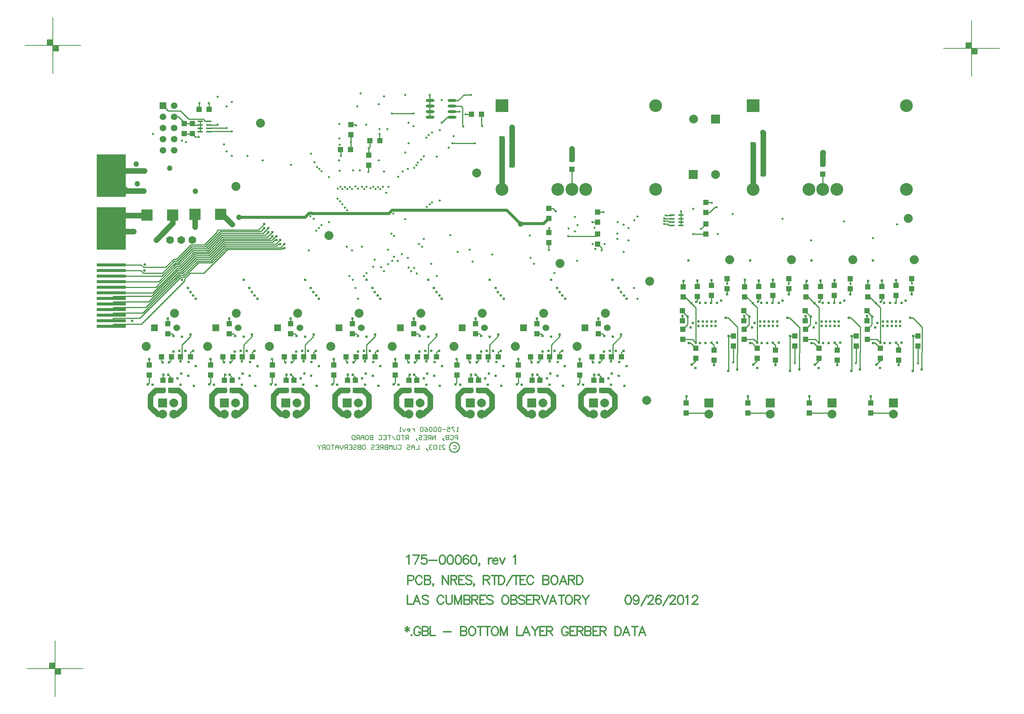
<source format=gbl>
%FSLAX23Y23*%
%MOIN*%
G70*
G01*
G75*
G04 Layer_Physical_Order=7*
G04 Layer_Color=16711680*
%ADD10O,0.012X0.071*%
%ADD11O,0.071X0.012*%
%ADD12R,0.012X0.065*%
%ADD13R,0.217X0.120*%
%ADD14R,0.065X0.012*%
%ADD15O,0.098X0.028*%
%ADD16R,0.280X0.100*%
%ADD17R,0.036X0.036*%
%ADD18O,0.014X0.067*%
%ADD19R,0.264X0.383*%
%ADD20R,0.264X0.030*%
%ADD21R,0.039X0.059*%
%ADD22R,0.126X0.071*%
%ADD23R,0.100X0.100*%
%ADD24R,0.050X0.050*%
%ADD25R,0.050X0.050*%
%ADD26C,0.050*%
%ADD27C,0.010*%
%ADD28C,0.025*%
%ADD29C,0.012*%
%ADD30C,0.008*%
%ADD31C,0.012*%
%ADD32C,0.012*%
%ADD33C,0.060*%
%ADD34R,0.060X0.060*%
%ADD35C,0.024*%
%ADD36C,0.070*%
%ADD37C,0.115*%
%ADD38R,0.115X0.115*%
%ADD39C,0.080*%
%ADD40C,0.079*%
%ADD41R,0.079X0.079*%
%ADD42C,0.059*%
%ADD43R,0.059X0.059*%
%ADD44C,0.050*%
%ADD45C,0.020*%
%ADD46C,0.040*%
%ADD47C,0.100*%
G04:AMPARAMS|DCode=48|XSize=90mil|YSize=90mil|CornerRadius=0mil|HoleSize=0mil|Usage=FLASHONLY|Rotation=0.000|XOffset=0mil|YOffset=0mil|HoleType=Round|Shape=Relief|Width=10mil|Gap=10mil|Entries=4|*
%AMTHD48*
7,0,0,0.090,0.070,0.010,45*
%
%ADD48THD48*%
G04:AMPARAMS|DCode=49|XSize=100mil|YSize=100mil|CornerRadius=0mil|HoleSize=0mil|Usage=FLASHONLY|Rotation=0.000|XOffset=0mil|YOffset=0mil|HoleType=Round|Shape=Relief|Width=10mil|Gap=10mil|Entries=4|*
%AMTHD49*
7,0,0,0.100,0.080,0.010,45*
%
%ADD49THD49*%
G04:AMPARAMS|DCode=50|XSize=138mil|YSize=138mil|CornerRadius=0mil|HoleSize=0mil|Usage=FLASHONLY|Rotation=0.000|XOffset=0mil|YOffset=0mil|HoleType=Round|Shape=Relief|Width=10mil|Gap=10mil|Entries=4|*
%AMTHD50*
7,0,0,0.138,0.118,0.010,45*
%
%ADD50THD50*%
%ADD51C,0.118*%
G04:AMPARAMS|DCode=52|XSize=112mil|YSize=112mil|CornerRadius=0mil|HoleSize=0mil|Usage=FLASHONLY|Rotation=0.000|XOffset=0mil|YOffset=0mil|HoleType=Round|Shape=Relief|Width=10mil|Gap=10mil|Entries=4|*
%AMTHD52*
7,0,0,0.112,0.092,0.010,45*
%
%ADD52THD52*%
%ADD53C,0.079*%
%ADD54C,0.075*%
%ADD55C,0.087*%
G04:AMPARAMS|DCode=56|XSize=107.244mil|YSize=107.244mil|CornerRadius=0mil|HoleSize=0mil|Usage=FLASHONLY|Rotation=0.000|XOffset=0mil|YOffset=0mil|HoleType=Round|Shape=Relief|Width=10mil|Gap=10mil|Entries=4|*
%AMTHD56*
7,0,0,0.107,0.087,0.010,45*
%
%ADD56THD56*%
%ADD57C,0.092*%
G04:AMPARAMS|DCode=58|XSize=88mil|YSize=88mil|CornerRadius=0mil|HoleSize=0mil|Usage=FLASHONLY|Rotation=0.000|XOffset=0mil|YOffset=0mil|HoleType=Round|Shape=Relief|Width=10mil|Gap=10mil|Entries=4|*
%AMTHD58*
7,0,0,0.088,0.068,0.010,45*
%
%ADD58THD58*%
G04:AMPARAMS|DCode=59|XSize=70mil|YSize=70mil|CornerRadius=0mil|HoleSize=0mil|Usage=FLASHONLY|Rotation=0.000|XOffset=0mil|YOffset=0mil|HoleType=Round|Shape=Relief|Width=10mil|Gap=10mil|Entries=4|*
%AMTHD59*
7,0,0,0.070,0.050,0.010,45*
%
%ADD59THD59*%
%ADD60C,0.068*%
%ADD61C,0.020*%
%ADD62C,0.054*%
G04:AMPARAMS|DCode=63|XSize=95.433mil|YSize=95.433mil|CornerRadius=0mil|HoleSize=0mil|Usage=FLASHONLY|Rotation=0.000|XOffset=0mil|YOffset=0mil|HoleType=Round|Shape=Relief|Width=10mil|Gap=10mil|Entries=4|*
%AMTHD63*
7,0,0,0.095,0.075,0.010,45*
%
%ADD63THD63*%
%ADD64O,0.079X0.024*%
%ADD65R,0.045X0.017*%
%ADD66C,0.006*%
D19*
X10907Y12798D02*
D03*
Y12325D02*
D03*
D20*
Y12000D02*
D03*
Y11950D02*
D03*
Y11900D02*
D03*
Y11850D02*
D03*
Y11800D02*
D03*
Y11750D02*
D03*
Y11700D02*
D03*
Y11650D02*
D03*
Y11600D02*
D03*
Y11550D02*
D03*
Y11500D02*
D03*
Y11450D02*
D03*
D23*
X11457Y12447D02*
D03*
X11227D02*
D03*
X11656Y12452D02*
D03*
X11886D02*
D03*
D24*
X17675Y11500D02*
D03*
Y11590D02*
D03*
X13053Y13255D02*
D03*
Y13165D02*
D03*
X11634Y13266D02*
D03*
Y13176D02*
D03*
X11558Y13267D02*
D03*
Y13177D02*
D03*
X13213Y12891D02*
D03*
Y12981D02*
D03*
X16232Y12366D02*
D03*
Y12276D02*
D03*
X16232Y12468D02*
D03*
Y12558D02*
D03*
X15263Y12473D02*
D03*
Y12383D02*
D03*
X11412Y11474D02*
D03*
Y11384D02*
D03*
X11963Y11474D02*
D03*
Y11384D02*
D03*
X12514Y11474D02*
D03*
Y11384D02*
D03*
X13065Y11474D02*
D03*
Y11384D02*
D03*
X13616Y11474D02*
D03*
Y11384D02*
D03*
X14168Y11474D02*
D03*
Y11384D02*
D03*
X14719Y11474D02*
D03*
Y11384D02*
D03*
X15270Y11474D02*
D03*
Y11384D02*
D03*
X16424Y11876D02*
D03*
Y11786D02*
D03*
X16975Y11876D02*
D03*
Y11786D02*
D03*
X17526Y11876D02*
D03*
Y11786D02*
D03*
X18077Y11876D02*
D03*
Y11786D02*
D03*
X16282Y11815D02*
D03*
Y11725D02*
D03*
X16833Y11815D02*
D03*
Y11725D02*
D03*
X17384Y11815D02*
D03*
Y11725D02*
D03*
X17935Y11815D02*
D03*
Y11725D02*
D03*
X16143Y11164D02*
D03*
Y11254D02*
D03*
X16694Y11164D02*
D03*
Y11254D02*
D03*
X17245Y11164D02*
D03*
Y11254D02*
D03*
X17796Y11164D02*
D03*
Y11254D02*
D03*
X16306Y11147D02*
D03*
Y11237D02*
D03*
X16857Y11147D02*
D03*
Y11237D02*
D03*
X17408Y11147D02*
D03*
Y11237D02*
D03*
X17959Y11147D02*
D03*
Y11237D02*
D03*
X16479Y11364D02*
D03*
Y11274D02*
D03*
X17030Y11364D02*
D03*
Y11274D02*
D03*
X17581Y11364D02*
D03*
Y11274D02*
D03*
X18132Y11364D02*
D03*
Y11274D02*
D03*
X16029Y11803D02*
D03*
Y11713D02*
D03*
X16580Y11803D02*
D03*
Y11713D02*
D03*
X17131Y11803D02*
D03*
Y11713D02*
D03*
X17682Y11803D02*
D03*
Y11713D02*
D03*
X16057Y10763D02*
D03*
Y10673D02*
D03*
X16608Y10763D02*
D03*
Y10673D02*
D03*
X17159Y10763D02*
D03*
Y10673D02*
D03*
X17710Y10763D02*
D03*
Y10673D02*
D03*
X16156Y11807D02*
D03*
Y11717D02*
D03*
X16707Y11807D02*
D03*
Y11717D02*
D03*
X17258Y11807D02*
D03*
Y11717D02*
D03*
X17809Y11807D02*
D03*
Y11717D02*
D03*
X14827Y12416D02*
D03*
Y12506D02*
D03*
X14827Y12289D02*
D03*
Y12199D02*
D03*
X15264Y12277D02*
D03*
Y12187D02*
D03*
X15032Y12946D02*
D03*
Y12856D02*
D03*
X17281Y12904D02*
D03*
Y12814D02*
D03*
X11246Y11011D02*
D03*
Y11101D02*
D03*
X11797Y11011D02*
D03*
Y11101D02*
D03*
X12348Y11011D02*
D03*
Y11101D02*
D03*
X12899Y11011D02*
D03*
Y11101D02*
D03*
X13450Y11011D02*
D03*
Y11101D02*
D03*
X14002Y11011D02*
D03*
Y11101D02*
D03*
X14553Y11011D02*
D03*
Y11101D02*
D03*
X15104Y11011D02*
D03*
Y11101D02*
D03*
X11370Y10875D02*
D03*
Y10965D02*
D03*
X11921Y10875D02*
D03*
Y10965D02*
D03*
X12472Y10875D02*
D03*
Y10965D02*
D03*
X13023Y10875D02*
D03*
Y10965D02*
D03*
X13574Y10875D02*
D03*
Y10965D02*
D03*
X14126Y10875D02*
D03*
Y10965D02*
D03*
X14677Y10875D02*
D03*
Y10965D02*
D03*
X15228Y10875D02*
D03*
Y10965D02*
D03*
X11440Y10875D02*
D03*
Y10965D02*
D03*
X11991Y10875D02*
D03*
Y10965D02*
D03*
X12542Y10875D02*
D03*
Y10965D02*
D03*
X13093Y10875D02*
D03*
Y10965D02*
D03*
X13644Y10875D02*
D03*
Y10965D02*
D03*
X14196Y10875D02*
D03*
Y10965D02*
D03*
X14747Y10875D02*
D03*
Y10965D02*
D03*
X15298Y10875D02*
D03*
Y10965D02*
D03*
X16025Y11422D02*
D03*
Y11332D02*
D03*
X16576Y11422D02*
D03*
Y11332D02*
D03*
X17127Y11422D02*
D03*
Y11332D02*
D03*
X17678Y11422D02*
D03*
Y11332D02*
D03*
X16022Y11500D02*
D03*
Y11590D02*
D03*
X16573Y11500D02*
D03*
Y11590D02*
D03*
X17124Y11500D02*
D03*
Y11590D02*
D03*
D25*
X12959Y13034D02*
D03*
X13049D02*
D03*
X13313Y13111D02*
D03*
X13223D02*
D03*
X14134Y13349D02*
D03*
X14224D02*
D03*
X14497Y13129D02*
D03*
X14407D02*
D03*
X14497Y12896D02*
D03*
X14407D02*
D03*
X14497Y12976D02*
D03*
X14407D02*
D03*
X14497Y13056D02*
D03*
X14407D02*
D03*
X16747Y12816D02*
D03*
X16657D02*
D03*
X16747Y12896D02*
D03*
X16657D02*
D03*
X16747Y12986D02*
D03*
X16657D02*
D03*
X16747Y13076D02*
D03*
X16657D02*
D03*
X11617Y11176D02*
D03*
X11527D02*
D03*
X12168D02*
D03*
X12078D02*
D03*
X12719D02*
D03*
X12629D02*
D03*
X13270D02*
D03*
X13180D02*
D03*
X13821D02*
D03*
X13731D02*
D03*
X14373D02*
D03*
X14283D02*
D03*
X14924D02*
D03*
X14834D02*
D03*
X15475D02*
D03*
X15385D02*
D03*
X11445Y11175D02*
D03*
X11355D02*
D03*
X11996D02*
D03*
X11906D02*
D03*
X12547D02*
D03*
X12457D02*
D03*
X13098D02*
D03*
X13008D02*
D03*
X13649D02*
D03*
X13559D02*
D03*
X14201D02*
D03*
X14111D02*
D03*
X14752D02*
D03*
X14662D02*
D03*
X15303D02*
D03*
X15213D02*
D03*
X11693Y13394D02*
D03*
X11783D02*
D03*
D26*
X17281Y13005D02*
X17282Y13006D01*
X17281Y12904D02*
Y13005D01*
X16747Y13076D02*
Y13181D01*
Y12986D02*
Y13076D01*
Y12896D02*
Y12986D01*
Y12816D02*
Y12896D01*
X16742Y13186D02*
X16747Y13181D01*
X16657Y12986D02*
Y13076D01*
Y12896D02*
Y12986D01*
Y12816D02*
Y12896D01*
Y12675D02*
Y12816D01*
X16656Y12675D02*
X16657Y12675D01*
X15032Y12946D02*
Y13039D01*
X14497Y13129D02*
Y13230D01*
Y13056D02*
Y13129D01*
Y12976D02*
Y13056D01*
Y12896D02*
Y12976D01*
X14495Y13232D02*
X14497Y13230D01*
X14407Y13056D02*
Y13129D01*
Y12976D02*
Y13056D01*
Y12896D02*
Y12976D01*
Y12678D02*
Y12896D01*
Y12678D02*
X14407Y12677D01*
X11224Y12444D02*
X11227Y12447D01*
X11106Y12444D02*
X11224D01*
X15180Y10661D02*
X15189D01*
X15326D02*
X15354D01*
X15160Y10875D02*
X15228D01*
X15114Y10829D02*
X15160Y10875D01*
X15114Y10727D02*
X15180Y10661D01*
X15114Y10727D02*
Y10829D01*
X15417Y10724D02*
Y10825D01*
X15367Y10875D02*
X15417Y10825D01*
X15354Y10661D02*
X15417Y10724D01*
X15298Y10875D02*
X15367D01*
X14629Y10661D02*
X14638D01*
X14774D02*
X14803D01*
X14609Y10875D02*
X14677D01*
X14563Y10829D02*
X14609Y10875D01*
X14563Y10727D02*
X14629Y10661D01*
X14563Y10727D02*
Y10829D01*
X14866Y10724D02*
Y10825D01*
X14816Y10875D02*
X14866Y10825D01*
X14803Y10661D02*
X14866Y10724D01*
X14747Y10875D02*
X14816D01*
X14077Y10661D02*
X14086D01*
X14223D02*
X14252D01*
X14058Y10875D02*
X14126D01*
X14012Y10829D02*
X14058Y10875D01*
X14012Y10727D02*
X14077Y10661D01*
X14012Y10727D02*
Y10829D01*
X14315Y10724D02*
Y10825D01*
X14265Y10875D02*
X14315Y10825D01*
X14252Y10661D02*
X14315Y10724D01*
X14196Y10875D02*
X14265D01*
X13526Y10661D02*
X13535D01*
X13672D02*
X13701D01*
X13506Y10875D02*
X13574D01*
X13460Y10829D02*
X13506Y10875D01*
X13460Y10727D02*
X13526Y10661D01*
X13460Y10727D02*
Y10829D01*
X13763Y10724D02*
Y10825D01*
X13713Y10875D02*
X13763Y10825D01*
X13701Y10661D02*
X13763Y10724D01*
X13644Y10875D02*
X13713D01*
X12975Y10661D02*
X12984D01*
X13121D02*
X13149D01*
X12955Y10875D02*
X13023D01*
X12909Y10829D02*
X12955Y10875D01*
X12909Y10727D02*
X12975Y10661D01*
X12909Y10727D02*
Y10829D01*
X13212Y10724D02*
Y10825D01*
X13162Y10875D02*
X13212Y10825D01*
X13149Y10661D02*
X13212Y10724D01*
X13093Y10875D02*
X13162D01*
X12424Y10661D02*
X12433D01*
X12570D02*
X12598D01*
X12404Y10875D02*
X12472D01*
X12358Y10829D02*
X12404Y10875D01*
X12358Y10727D02*
X12424Y10661D01*
X12358Y10727D02*
Y10829D01*
X12661Y10724D02*
Y10825D01*
X12611Y10875D02*
X12661Y10825D01*
X12598Y10661D02*
X12661Y10724D01*
X12542Y10875D02*
X12611D01*
X11873Y10661D02*
X11882D01*
X12019D02*
X12047D01*
X11853Y10875D02*
X11921D01*
X11807Y10829D02*
X11853Y10875D01*
X11807Y10727D02*
X11873Y10661D01*
X11807Y10727D02*
Y10829D01*
X12110Y10724D02*
Y10825D01*
X12060Y10875D02*
X12110Y10825D01*
X12047Y10661D02*
X12110Y10724D01*
X11991Y10875D02*
X12060D01*
X11322Y10661D02*
X11331D01*
X11256Y10727D02*
X11322Y10661D01*
X11256Y10727D02*
Y10829D01*
X11302Y10875D01*
X11370D01*
X11467Y10661D02*
X11496D01*
X11559Y10724D01*
Y10825D01*
X11509Y10875D02*
X11559Y10825D01*
X11440Y10875D02*
X11509D01*
X10907Y12798D02*
X10954Y12844D01*
X11202D01*
X10907Y12798D02*
X11042Y12663D01*
X11197D01*
X10907Y12377D02*
X10975Y12444D01*
X11106D01*
X10907Y12325D02*
X10933Y12300D01*
X11107D01*
X11656Y12338D02*
Y12452D01*
X11656Y12338D02*
X11656Y12338D01*
X11900Y12452D02*
X11988Y12364D01*
X11886Y12452D02*
X11900D01*
X17578Y11271D02*
X17581Y11274D01*
X11308Y12224D02*
X11457Y12373D01*
Y12447D01*
D27*
X14024Y10366D02*
X14023Y10376D01*
X14019Y10386D01*
X14014Y10394D01*
X14007Y10401D01*
X13998Y10406D01*
X13989Y10410D01*
X13979Y10411D01*
X13969Y10410D01*
X13960Y10406D01*
X13951Y10401D01*
X13944Y10394D01*
X13939Y10386D01*
X13935Y10376D01*
X13934Y10366D01*
X13935Y10356D01*
X13939Y10347D01*
X13944Y10338D01*
X13951Y10331D01*
X13960Y10326D01*
X13969Y10323D01*
X13979Y10322D01*
X13989Y10323D01*
X13998Y10326D01*
X14007Y10331D01*
X14014Y10338D01*
X14019Y10347D01*
X14023Y10356D01*
X14024Y10366D01*
X17281Y12676D02*
X17281Y12675D01*
X17281Y12676D02*
Y12814D01*
X15032Y12678D02*
X15032Y12677D01*
X15032Y12678D02*
Y12856D01*
X15316Y12473D02*
X15316Y12473D01*
X15263Y12473D02*
X15316D01*
X18077Y11735D02*
Y11786D01*
Y11735D02*
X18077Y11735D01*
X17935Y11863D02*
X17936Y11864D01*
X17935Y11815D02*
Y11863D01*
X17796Y11142D02*
Y11164D01*
X17759Y11105D02*
X17796Y11142D01*
X17959Y11101D02*
Y11147D01*
Y11101D02*
X17959Y11101D01*
X18136Y11363D02*
X18137Y11364D01*
X17682Y11852D02*
X17686Y11856D01*
X17682Y11803D02*
Y11852D01*
Y11713D02*
X17700D01*
X17710Y10821D02*
X17711Y10822D01*
X17710Y10763D02*
Y10821D01*
X17809Y11858D02*
X17809Y11858D01*
X17809Y11807D02*
Y11858D01*
X17901Y10673D02*
X17913Y10661D01*
X17710Y10673D02*
X17901D01*
X17677Y11502D02*
Y11544D01*
X17675Y11500D02*
X17677Y11502D01*
X17675Y11584D02*
Y11590D01*
X17933Y11660D02*
X17935Y11662D01*
Y11725D01*
X18168Y11213D02*
Y11442D01*
X18085Y11525D02*
X18168Y11442D01*
X18165Y11210D02*
X18168Y11213D01*
X18165Y11063D02*
Y11210D01*
X18064Y11525D02*
X18085D01*
X18089Y11363D02*
X18136D01*
X18089Y11051D02*
Y11363D01*
X18087Y11049D02*
X18089Y11051D01*
X17936Y11301D02*
X17959Y11278D01*
Y11237D02*
Y11278D01*
X17731Y11300D02*
X17750D01*
X17796Y11254D01*
X17809Y11678D02*
Y11717D01*
X17800Y11669D02*
X17809Y11678D01*
X17765Y11332D02*
X17796Y11301D01*
Y11617D01*
X17700Y11713D02*
X17756Y11657D01*
X17796Y11617D01*
X17678Y11332D02*
X17765D01*
X17721Y11532D02*
X17724Y11535D01*
X17721Y11465D02*
Y11532D01*
X17675Y11584D02*
X17724Y11535D01*
X17678Y11422D02*
X17721Y11465D01*
X17526Y11735D02*
Y11786D01*
Y11735D02*
X17526Y11735D01*
X17384Y11863D02*
X17385Y11864D01*
X17384Y11815D02*
Y11863D01*
X17245Y11142D02*
Y11164D01*
X17208Y11105D02*
X17245Y11142D01*
X17408Y11101D02*
Y11147D01*
Y11101D02*
X17408Y11101D01*
X17585Y11363D02*
X17586Y11364D01*
X17131Y11852D02*
X17135Y11856D01*
X17131Y11803D02*
Y11852D01*
Y11713D02*
X17149D01*
X17159Y10821D02*
X17160Y10822D01*
X17159Y10763D02*
Y10821D01*
X17258Y11858D02*
X17258Y11858D01*
X17258Y11807D02*
Y11858D01*
X17350Y10673D02*
X17362Y10661D01*
X17159Y10673D02*
X17350D01*
X17126Y11502D02*
Y11544D01*
X17124Y11500D02*
X17126Y11502D01*
X17124Y11584D02*
Y11590D01*
X17382Y11660D02*
X17384Y11662D01*
Y11725D01*
X17617Y11213D02*
Y11442D01*
X17534Y11525D02*
X17617Y11442D01*
X17614Y11210D02*
X17617Y11213D01*
X17614Y11063D02*
Y11210D01*
X17513Y11525D02*
X17534D01*
X17538Y11363D02*
X17585D01*
X17538Y11051D02*
Y11363D01*
X17536Y11049D02*
X17538Y11051D01*
X17385Y11301D02*
X17408Y11278D01*
Y11237D02*
Y11278D01*
X17180Y11300D02*
X17199D01*
X17245Y11254D01*
X17258Y11678D02*
Y11717D01*
X17249Y11669D02*
X17258Y11678D01*
X17214Y11332D02*
X17245Y11301D01*
Y11617D01*
X17149Y11713D02*
X17205Y11657D01*
X17245Y11617D01*
X17127Y11332D02*
X17214D01*
X17170Y11532D02*
X17173Y11535D01*
X17170Y11465D02*
Y11532D01*
X17124Y11584D02*
X17173Y11535D01*
X17127Y11422D02*
X17170Y11465D01*
X16580Y11864D02*
X16582Y11866D01*
X16580Y11803D02*
Y11864D01*
X16833Y11865D02*
X16833Y11865D01*
X16833Y11815D02*
Y11865D01*
X16975Y11735D02*
X16975Y11735D01*
X16975Y11735D02*
Y11786D01*
X16694Y11142D02*
Y11164D01*
X16657Y11105D02*
X16694Y11142D01*
X16857Y11101D02*
X16857Y11101D01*
X16857Y11101D02*
Y11147D01*
X16580Y11713D02*
X16598D01*
X16608Y10821D02*
X16609Y10822D01*
X16608Y10763D02*
Y10821D01*
X16707Y11858D02*
X16707Y11858D01*
X16707Y11807D02*
Y11858D01*
X16799Y10673D02*
X16811Y10661D01*
X16608Y10673D02*
X16799D01*
X16575Y11502D02*
Y11544D01*
X16573Y11500D02*
X16575Y11502D01*
X16573Y11584D02*
Y11590D01*
X16833Y11662D02*
Y11725D01*
X16831Y11660D02*
X16833Y11662D01*
X17072Y11213D02*
Y11442D01*
X16983Y11525D02*
X17066Y11442D01*
X17069Y11210D02*
X17072Y11213D01*
X17069Y11063D02*
Y11210D01*
X16962Y11525D02*
X16983D01*
X16987Y11363D02*
X17034D01*
X16987Y11051D02*
Y11363D01*
X16985Y11049D02*
X16987Y11051D01*
X16834Y11301D02*
X16857Y11278D01*
Y11237D02*
Y11278D01*
X16648Y11300D02*
X16694Y11254D01*
X16629Y11300D02*
X16648D01*
X16707Y11678D02*
Y11717D01*
X16698Y11669D02*
X16707Y11678D01*
X16663Y11332D02*
X16694Y11301D01*
Y11617D01*
X16598Y11713D02*
X16654Y11657D01*
X16694Y11617D01*
X16576Y11332D02*
X16663D01*
X16619Y11532D02*
X16622Y11535D01*
X16619Y11465D02*
Y11532D01*
X16573Y11584D02*
X16622Y11535D01*
X16576Y11422D02*
X16619Y11465D01*
X16103Y11657D02*
X16143Y11617D01*
Y11301D02*
Y11617D01*
X16112Y11332D02*
X16143Y11301D01*
X16025Y11332D02*
X16112D01*
X16022Y11584D02*
Y11590D01*
Y11584D02*
X16071Y11535D01*
X16068Y11532D02*
X16071Y11535D01*
X16068Y11465D02*
Y11532D01*
X16025Y11422D02*
X16068Y11465D01*
X16024Y11502D02*
Y11544D01*
X16022Y11500D02*
X16024Y11502D01*
X16029Y11713D02*
X16047D01*
X16103Y11657D01*
X16147Y11669D02*
X16156Y11678D01*
Y11717D01*
X16029Y11852D02*
X16033Y11856D01*
X16029Y11803D02*
Y11852D01*
X16156Y11858D02*
X16156Y11858D01*
X16156Y11807D02*
Y11858D01*
X16282Y11863D02*
X16283Y11864D01*
X16282Y11815D02*
Y11863D01*
X16424Y11735D02*
X16424Y11735D01*
X16424Y11735D02*
Y11786D01*
X16280Y11660D02*
X16282Y11662D01*
Y11725D01*
X16283Y11301D02*
X16306Y11278D01*
Y11237D02*
Y11278D01*
X16078Y11300D02*
X16097D01*
X16143Y11254D01*
X16106Y11105D02*
X16143Y11142D01*
Y11164D01*
X16306Y11101D02*
X16306Y11101D01*
X16306Y11101D02*
Y11147D01*
X16411Y11525D02*
X16432D01*
X16515Y11442D01*
Y11213D02*
Y11442D01*
X16512Y11210D02*
X16515Y11213D01*
X16512Y11063D02*
Y11210D01*
X16248Y10673D02*
X16260Y10661D01*
X16057Y10673D02*
X16248D01*
X16057Y10821D02*
X16058Y10822D01*
X16057Y10763D02*
Y10821D01*
X16434Y11049D02*
X16436Y11051D01*
Y11363D01*
X16483D02*
X16484Y11364D01*
X16436Y11363D02*
X16483D01*
X15385Y11176D02*
X15399Y11190D01*
X15384Y11175D02*
X15385Y11176D01*
X15298Y11170D02*
X15303Y11175D01*
X15270Y11474D02*
Y11520D01*
X15189Y10661D02*
X15226D01*
X15326D02*
X15326Y10661D01*
X15298Y10965D02*
Y10990D01*
X15228Y11012D02*
X15232Y11016D01*
X15228Y10965D02*
Y11012D01*
X15213Y11135D02*
Y11175D01*
Y11135D02*
X15223Y11125D01*
X15104Y11101D02*
Y11156D01*
X15103Y11157D02*
X15104Y11156D01*
X15298Y11144D02*
Y11170D01*
X15280Y11126D02*
X15298Y11144D01*
X15273Y11015D02*
X15298Y10990D01*
X15384Y11135D02*
Y11175D01*
X15322Y11361D02*
Y11368D01*
X15306Y11384D02*
X15322Y11368D01*
X15270Y11384D02*
X15306D01*
X15475Y11218D02*
X15497Y11229D01*
X15475Y11176D02*
Y11218D01*
X15473Y11374D02*
X15474Y11375D01*
X15473Y11358D02*
Y11374D01*
X15399Y11284D02*
X15473Y11358D01*
X15399Y11190D02*
Y11284D01*
X15103Y10941D02*
Y11012D01*
X15091Y10929D02*
X15103Y10941D01*
X14834Y11176D02*
X14848Y11190D01*
X14833Y11175D02*
X14834Y11176D01*
X14747Y11170D02*
X14752Y11175D01*
X14719Y11474D02*
Y11520D01*
X14638Y10661D02*
X14674D01*
X14774D02*
X14775Y10661D01*
X14747Y10965D02*
Y10990D01*
X14677Y11012D02*
X14681Y11016D01*
X14677Y10965D02*
Y11012D01*
X14662Y11135D02*
Y11175D01*
Y11135D02*
X14672Y11125D01*
X14553Y11101D02*
Y11156D01*
X14552Y11157D02*
X14553Y11156D01*
X14747Y11144D02*
Y11170D01*
X14729Y11126D02*
X14747Y11144D01*
X14722Y11015D02*
X14747Y10990D01*
X14833Y11135D02*
Y11175D01*
X14771Y11361D02*
Y11368D01*
X14755Y11384D02*
X14771Y11368D01*
X14719Y11384D02*
X14755D01*
X14924Y11218D02*
X14946Y11229D01*
X14924Y11176D02*
Y11218D01*
X14922Y11374D02*
X14923Y11375D01*
X14922Y11358D02*
Y11374D01*
X14848Y11284D02*
X14922Y11358D01*
X14848Y11190D02*
Y11284D01*
X14552Y10941D02*
Y11012D01*
X14540Y10929D02*
X14552Y10941D01*
X14283Y11176D02*
X14297Y11190D01*
X14282Y11175D02*
X14283Y11176D01*
X14196Y11170D02*
X14201Y11175D01*
X14168Y11474D02*
Y11520D01*
X14086Y10661D02*
X14123D01*
X14223D02*
X14223Y10661D01*
X14196Y10965D02*
Y10990D01*
X14126Y11012D02*
X14130Y11016D01*
X14126Y10965D02*
Y11012D01*
X14111Y11135D02*
Y11175D01*
Y11135D02*
X14121Y11125D01*
X14002Y11101D02*
Y11156D01*
X14001Y11157D02*
X14002Y11156D01*
X14196Y11144D02*
Y11170D01*
X14178Y11126D02*
X14196Y11144D01*
X14171Y11015D02*
X14196Y10990D01*
X14282Y11135D02*
Y11175D01*
X14220Y11361D02*
Y11368D01*
X14204Y11384D02*
X14220Y11368D01*
X14168Y11384D02*
X14204D01*
X14373Y11218D02*
X14395Y11229D01*
X14373Y11176D02*
Y11218D01*
X14371Y11374D02*
X14372Y11375D01*
X14371Y11358D02*
Y11374D01*
X14297Y11284D02*
X14371Y11358D01*
X14297Y11190D02*
Y11284D01*
X14001Y10941D02*
Y11012D01*
X13989Y10929D02*
X14001Y10941D01*
X13731Y11176D02*
X13745Y11190D01*
X13730Y11175D02*
X13731Y11176D01*
X13644Y11170D02*
X13649Y11175D01*
X13616Y11474D02*
Y11520D01*
X13535Y10661D02*
X13572D01*
X13672D02*
X13672Y10661D01*
X13644Y10965D02*
Y10990D01*
X13574Y11012D02*
X13578Y11016D01*
X13574Y10965D02*
Y11012D01*
X13559Y11135D02*
Y11175D01*
Y11135D02*
X13569Y11125D01*
X13450Y11101D02*
Y11156D01*
X13449Y11157D02*
X13450Y11156D01*
X13644Y11144D02*
Y11170D01*
X13626Y11126D02*
X13644Y11144D01*
X13619Y11015D02*
X13644Y10990D01*
X13730Y11135D02*
Y11175D01*
X13668Y11361D02*
Y11368D01*
X13652Y11384D02*
X13668Y11368D01*
X13616Y11384D02*
X13652D01*
X13821Y11218D02*
X13843Y11229D01*
X13821Y11176D02*
Y11218D01*
X13819Y11374D02*
X13820Y11375D01*
X13819Y11358D02*
Y11374D01*
X13745Y11284D02*
X13819Y11358D01*
X13745Y11190D02*
Y11284D01*
X13449Y10941D02*
Y11012D01*
X13437Y10929D02*
X13449Y10941D01*
X13180Y11176D02*
X13194Y11190D01*
X13179Y11175D02*
X13180Y11176D01*
X13093Y11170D02*
X13098Y11175D01*
X13065Y11474D02*
Y11520D01*
X12984Y10661D02*
X13021D01*
X13121D02*
X13121Y10661D01*
X13093Y10965D02*
Y10990D01*
X13023Y11012D02*
X13027Y11016D01*
X13023Y10965D02*
Y11012D01*
X13008Y11135D02*
Y11175D01*
Y11135D02*
X13018Y11125D01*
X12899Y11101D02*
Y11156D01*
X12898Y11157D02*
X12899Y11156D01*
X13093Y11144D02*
Y11170D01*
X13075Y11126D02*
X13093Y11144D01*
X13068Y11015D02*
X13093Y10990D01*
X13179Y11135D02*
Y11175D01*
X13117Y11361D02*
Y11368D01*
X13101Y11384D02*
X13117Y11368D01*
X13065Y11384D02*
X13101D01*
X13270Y11218D02*
X13292Y11229D01*
X13270Y11176D02*
Y11218D01*
X13268Y11374D02*
X13269Y11375D01*
X13268Y11358D02*
Y11374D01*
X13194Y11284D02*
X13268Y11358D01*
X13194Y11190D02*
Y11284D01*
X12898Y10941D02*
Y11012D01*
X12886Y10929D02*
X12898Y10941D01*
X12629Y11176D02*
X12643Y11190D01*
X12628Y11175D02*
X12629Y11176D01*
X12542Y11170D02*
X12547Y11175D01*
X12514Y11474D02*
Y11520D01*
X12433Y10661D02*
X12470D01*
X12570D02*
X12570Y10661D01*
X12542Y10965D02*
Y10990D01*
X12472Y11012D02*
X12476Y11016D01*
X12472Y10965D02*
Y11012D01*
X12457Y11135D02*
Y11175D01*
Y11135D02*
X12467Y11125D01*
X12348Y11101D02*
Y11156D01*
X12347Y11157D02*
X12348Y11156D01*
X12542Y11144D02*
Y11170D01*
X12524Y11126D02*
X12542Y11144D01*
X12517Y11015D02*
X12542Y10990D01*
X12628Y11135D02*
Y11175D01*
X12566Y11361D02*
Y11368D01*
X12550Y11384D02*
X12566Y11368D01*
X12514Y11384D02*
X12550D01*
X12719Y11218D02*
X12741Y11229D01*
X12719Y11176D02*
Y11218D01*
X12717Y11374D02*
X12718Y11375D01*
X12717Y11358D02*
Y11374D01*
X12643Y11284D02*
X12717Y11358D01*
X12643Y11190D02*
Y11284D01*
X12347Y10941D02*
Y11012D01*
X12335Y10929D02*
X12347Y10941D01*
X12078Y11176D02*
X12092Y11190D01*
X12077Y11175D02*
X12078Y11176D01*
X11991Y11170D02*
X11996Y11175D01*
X11963Y11474D02*
Y11520D01*
X11882Y10661D02*
X11919D01*
X12019D02*
X12019Y10661D01*
X11991Y10965D02*
Y10990D01*
X11921Y11012D02*
X11925Y11016D01*
X11921Y10965D02*
Y11012D01*
X11906Y11135D02*
Y11175D01*
Y11135D02*
X11916Y11125D01*
X11797Y11101D02*
Y11156D01*
X11796Y11157D02*
X11797Y11156D01*
X11991Y11144D02*
Y11170D01*
X11973Y11126D02*
X11991Y11144D01*
X11966Y11015D02*
X11991Y10990D01*
X12077Y11135D02*
Y11175D01*
X12015Y11361D02*
Y11368D01*
X11999Y11384D02*
X12015Y11368D01*
X11963Y11384D02*
X11999D01*
X12168Y11218D02*
X12190Y11229D01*
X12168Y11176D02*
Y11218D01*
X12166Y11374D02*
X12167Y11375D01*
X12166Y11358D02*
Y11374D01*
X12092Y11284D02*
X12166Y11358D01*
X12092Y11190D02*
Y11284D01*
X11796Y10941D02*
Y11012D01*
X11784Y10929D02*
X11796Y10941D01*
X11245D02*
Y11012D01*
X11440Y11144D02*
Y11170D01*
X11422Y11126D02*
X11440Y11144D01*
X11615Y11374D02*
X11616Y11375D01*
X11615Y11358D02*
Y11374D01*
X11541Y11284D02*
X11615Y11358D01*
X11541Y11190D02*
Y11284D01*
X11527Y11176D02*
X11541Y11190D01*
X11617Y11218D02*
X11639Y11229D01*
X11617Y11176D02*
Y11218D01*
X11412Y11474D02*
Y11520D01*
X11464Y11361D02*
Y11368D01*
X11448Y11384D02*
X11464Y11368D01*
X11412Y11384D02*
X11448D01*
X11526Y11175D02*
X11527Y11176D01*
X11526Y11135D02*
Y11175D01*
X11245Y11157D02*
X11246Y11156D01*
Y11101D02*
Y11156D01*
X11233Y10929D02*
X11245Y10941D01*
X11331Y10661D02*
X11367D01*
X11370Y10965D02*
Y11012D01*
X11374Y11016D01*
X11415Y11015D02*
X11440Y10990D01*
Y10965D02*
Y10990D01*
Y11170D02*
X11445Y11175D01*
X11355Y11135D02*
Y11175D01*
Y11135D02*
X11365Y11125D01*
X11467Y10661D02*
X11468Y10661D01*
X10907Y12325D02*
Y12377D01*
Y12000D02*
X11174D01*
X11195Y11978D01*
X10907Y11950D02*
X11172D01*
X11194Y11927D01*
X10907Y11700D02*
X10928Y11720D01*
X10907Y11650D02*
X10928Y11670D01*
X10907Y11600D02*
X10928Y11620D01*
X10907Y11550D02*
X10928Y11570D01*
X11524Y11905D02*
X11549D01*
X11518Y11921D02*
X11543D01*
X11511Y11937D02*
X11536D01*
X11504Y11953D02*
X11529D01*
X11498Y11969D02*
X11523D01*
X11491Y11985D02*
X11516D01*
X11484Y12001D02*
X11510D01*
X11478Y12017D02*
X11503D01*
X11471Y12033D02*
X11496D01*
X11195Y11978D02*
X11394D01*
X11465Y12049D01*
X11490D01*
X10907Y11500D02*
X10930Y11523D01*
X11531Y11889D02*
X11556D01*
X11194Y11927D02*
X11365D01*
X11471Y12033D01*
X10907Y11900D02*
X11360D01*
X11478Y12017D01*
X10907Y11850D02*
X11333D01*
X11484Y12001D01*
X10907Y11800D02*
X11306D01*
X11491Y11985D01*
X10907Y11750D02*
X11278D01*
X11498Y11969D01*
X10928Y11720D02*
X11271D01*
X11504Y11953D01*
X10928Y11670D02*
X11244D01*
X11511Y11937D01*
X10928Y11620D02*
X11216D01*
X11518Y11921D01*
X10928Y11570D02*
X11189D01*
X11524Y11905D01*
X10930Y11523D02*
X11164D01*
X11531Y11889D01*
X10907Y11450D02*
X10928Y11470D01*
X11563Y11857D02*
Y11874D01*
X11614Y11925D01*
X10928Y11470D02*
X11177D01*
X11563Y11857D01*
X11903Y12250D02*
X12306D01*
X11910Y12234D02*
X12326D01*
X11936Y12170D02*
X12389D01*
X11949Y12138D02*
X12429D01*
X11490Y12049D02*
X11619Y12178D01*
X11496Y12033D02*
X11625Y12162D01*
X11503Y12017D02*
X11632Y12146D01*
X11510Y12001D02*
X11639Y12130D01*
X11516Y11985D02*
X11645Y12114D01*
X11523Y11969D02*
X11652Y12098D01*
X11529Y11953D02*
X11658Y12082D01*
X11536Y11937D02*
X11665Y12066D01*
X11543Y11921D02*
X11672Y12050D01*
X11549Y11905D02*
X11678Y12034D01*
X11556Y11889D02*
X11685Y12018D01*
X11853Y12291D02*
Y12305D01*
X11862Y12314D01*
X11614Y11925D02*
X11736D01*
X11949Y12138D01*
X11685Y12018D02*
X11807D01*
X11943Y12154D01*
X11678Y12034D02*
X11800D01*
X11936Y12170D01*
X11672Y12050D02*
X11793D01*
X11929Y12186D01*
X11665Y12066D02*
X11787D01*
X11923Y12202D01*
X11658Y12082D02*
X11780D01*
X11916Y12218D01*
X11652Y12098D02*
X11774D01*
X11910Y12234D01*
X11645Y12114D02*
X11767D01*
X11903Y12250D01*
X11639Y12130D02*
X11760D01*
X11896Y12266D01*
X11632Y12146D02*
X11754D01*
X11890Y12282D01*
X11625Y12162D02*
X11747D01*
X11883Y12298D01*
X11619Y12178D02*
X11740D01*
X11853Y12291D01*
X11862Y12314D02*
X12226D01*
X12277Y12365D01*
X11883Y12298D02*
X12246D01*
X12277Y12329D01*
X11923Y12202D02*
X12352D01*
X12371Y12221D01*
X12385D01*
X12326Y12234D02*
X12349Y12257D01*
X12417Y12221D02*
X12421D01*
X12306Y12250D02*
X12349Y12293D01*
X11896Y12266D02*
X12286D01*
X12313Y12293D01*
X11890Y12282D02*
X12266D01*
X12313Y12329D01*
X12381Y12257D02*
X12385D01*
X11916Y12218D02*
X12342D01*
X12381Y12257D01*
X12389Y12170D02*
X12404Y12185D01*
X12421D01*
X12453D02*
X12457D01*
X11943Y12154D02*
X12422D01*
X12453Y12185D01*
X11929Y12186D02*
X12382D01*
X12417Y12221D01*
X12429Y12138D02*
X12440Y12149D01*
X12457D01*
X11751Y13286D02*
X11781D01*
X11731Y13305D02*
X11751Y13286D01*
X11599Y13305D02*
X11731D01*
X11525Y13379D02*
X11599Y13305D01*
X11417Y13379D02*
X11525D01*
X11369Y13427D02*
X11417Y13379D01*
X11781Y13254D02*
X11858D01*
X11859Y13255D01*
X13211Y12831D02*
Y12889D01*
X13213Y12891D01*
X13308Y13116D02*
Y13173D01*
Y13116D02*
X13313Y13111D01*
X12963Y12976D02*
Y13030D01*
X12959Y13034D02*
X12963Y13030D01*
X13096Y13255D02*
X13101Y13250D01*
X13053Y13255D02*
X13096D01*
X13053Y13101D02*
Y13165D01*
X13052Y13100D02*
X13053Y13101D01*
X13052Y13037D02*
Y13100D01*
X13049Y13034D02*
X13052Y13037D01*
X13223Y13057D02*
Y13111D01*
X13212Y13046D02*
X13223Y13057D01*
X13212Y12982D02*
Y13046D01*
Y12982D02*
X13213Y12981D01*
X15874Y12442D02*
X15877Y12445D01*
X15874Y12442D02*
X15928D01*
X15931Y12445D01*
X15858Y12391D02*
X15895D01*
X15903Y12382D01*
X15931D01*
X15858Y12365D02*
X15889D01*
X15903Y12351D01*
X15931D01*
X15858Y12417D02*
X15861Y12414D01*
X15931D01*
X18077Y11833D02*
Y11876D01*
Y11833D02*
X18079Y11831D01*
X17526Y11832D02*
Y11876D01*
Y11832D02*
X17528Y11830D01*
X16975Y11829D02*
Y11876D01*
Y11829D02*
X16976Y11828D01*
X16424Y11829D02*
Y11876D01*
X16424Y11829D02*
X16424Y11829D01*
X16120Y12276D02*
X16232D01*
X16120Y12276D02*
X16120Y12276D01*
X16232Y12363D02*
Y12366D01*
X16190Y12321D02*
X16232Y12363D01*
X16232Y12558D02*
X16284D01*
X16285Y12557D01*
X16232Y12468D02*
X16266D01*
X16314Y12516D01*
X16331D01*
X16008Y12351D02*
Y12382D01*
Y12414D01*
Y12445D01*
Y12479D01*
X13759Y13326D02*
X13762Y13322D01*
X13759Y13326D02*
Y13522D01*
X13867Y13272D02*
X13917Y13322D01*
X13959D01*
X14082Y13349D02*
X14134D01*
X14081Y13350D02*
X14082Y13349D01*
X14224Y13245D02*
Y13349D01*
Y13245D02*
X14228Y13241D01*
X13419Y13355D02*
X13614D01*
X13960Y13373D02*
X14025D01*
X13959Y13372D02*
X13960Y13373D01*
X13959Y13472D02*
X14014D01*
X14065Y13523D01*
X14130D01*
X14131Y13524D01*
X14054Y13245D02*
X14059Y13240D01*
X14054Y13245D02*
Y13408D01*
X14040Y13422D02*
X14054Y13408D01*
X13959Y13422D02*
X14040D01*
X13962Y13090D02*
X14164D01*
X11783Y13225D02*
X11941D01*
X11781Y13223D02*
X11783Y13225D01*
X11786Y13197D02*
X11986D01*
X11781Y13191D02*
X11786Y13197D01*
X11783Y13394D02*
Y13446D01*
X11781Y13448D02*
X11783Y13446D01*
X11693Y13394D02*
Y13445D01*
X11697Y13449D01*
X11569Y13266D02*
X11634D01*
X11469Y13327D02*
X11508D01*
X11569Y13266D01*
X11704Y13191D02*
Y13223D01*
Y13254D01*
Y13286D01*
X11646Y13254D02*
X11704D01*
X11634Y13266D02*
X11646Y13254D01*
X11567Y13174D02*
X11632D01*
X11660Y13146D02*
X11690D01*
X11632Y13174D02*
X11660Y13146D01*
X15244Y12257D02*
X15264Y12277D01*
X15001Y12257D02*
X15244D01*
X14827Y12289D02*
Y12329D01*
X14828Y12330D01*
X15215Y12381D02*
X15261D01*
X15263Y12383D01*
X15264Y12187D02*
X15298Y12153D01*
Y12129D02*
Y12153D01*
X14827Y12132D02*
Y12199D01*
X14827Y12132D02*
X14827Y12132D01*
X14827Y12506D02*
X14862D01*
X14888Y12480D01*
X18132Y11116D02*
Y11274D01*
X17578Y11120D02*
Y11271D01*
X17577Y11118D02*
X17578Y11120D01*
X17030Y11121D02*
Y11274D01*
X17029Y11119D02*
X17030Y11121D01*
X16479Y11130D02*
Y11274D01*
X16475Y11126D02*
X16479Y11130D01*
D28*
X12050Y12427D02*
X12642D01*
X12679Y12464D01*
X12703D01*
X12707Y12460D01*
X13393D01*
X13422Y12489D01*
X14449D01*
X14572Y12366D01*
Y12365D02*
Y12366D01*
X14781Y12370D02*
X14827Y12416D01*
X14577Y12370D02*
X14781D01*
X14572Y12365D02*
X14577Y12370D01*
D29*
X13557Y8758D02*
Y8712D01*
X13538Y8747D02*
X13576Y8724D01*
Y8747D02*
X13538Y8724D01*
X13596Y8686D02*
X13592Y8682D01*
X13596Y8678D01*
X13600Y8682D01*
X13596Y8686D01*
X13675Y8739D02*
X13671Y8747D01*
X13663Y8754D01*
X13656Y8758D01*
X13640D01*
X13633Y8754D01*
X13625Y8747D01*
X13621Y8739D01*
X13618Y8728D01*
Y8708D01*
X13621Y8697D01*
X13625Y8689D01*
X13633Y8682D01*
X13640Y8678D01*
X13656D01*
X13663Y8682D01*
X13671Y8689D01*
X13675Y8697D01*
Y8708D01*
X13656D02*
X13675D01*
X13693Y8758D02*
Y8678D01*
Y8758D02*
X13727D01*
X13739Y8754D01*
X13743Y8750D01*
X13746Y8743D01*
Y8735D01*
X13743Y8728D01*
X13739Y8724D01*
X13727Y8720D01*
X13693D02*
X13727D01*
X13739Y8716D01*
X13743Y8712D01*
X13746Y8705D01*
Y8693D01*
X13743Y8686D01*
X13739Y8682D01*
X13727Y8678D01*
X13693D01*
X13764Y8758D02*
Y8678D01*
X13810D01*
X13882Y8712D02*
X13950D01*
X14037Y8758D02*
Y8678D01*
Y8758D02*
X14071D01*
X14082Y8754D01*
X14086Y8750D01*
X14090Y8743D01*
Y8735D01*
X14086Y8728D01*
X14082Y8724D01*
X14071Y8720D01*
X14037D02*
X14071D01*
X14082Y8716D01*
X14086Y8712D01*
X14090Y8705D01*
Y8693D01*
X14086Y8686D01*
X14082Y8682D01*
X14071Y8678D01*
X14037D01*
X14131Y8758D02*
X14123Y8754D01*
X14115Y8747D01*
X14112Y8739D01*
X14108Y8728D01*
Y8708D01*
X14112Y8697D01*
X14115Y8689D01*
X14123Y8682D01*
X14131Y8678D01*
X14146D01*
X14153Y8682D01*
X14161Y8689D01*
X14165Y8697D01*
X14169Y8708D01*
Y8728D01*
X14165Y8739D01*
X14161Y8747D01*
X14153Y8754D01*
X14146Y8758D01*
X14131D01*
X14214D02*
Y8678D01*
X14187Y8758D02*
X14241D01*
X14277D02*
Y8678D01*
X14250Y8758D02*
X14304D01*
X14336D02*
X14328Y8754D01*
X14321Y8747D01*
X14317Y8739D01*
X14313Y8728D01*
Y8708D01*
X14317Y8697D01*
X14321Y8689D01*
X14328Y8682D01*
X14336Y8678D01*
X14351D01*
X14359Y8682D01*
X14366Y8689D01*
X14370Y8697D01*
X14374Y8708D01*
Y8728D01*
X14370Y8739D01*
X14366Y8747D01*
X14359Y8754D01*
X14351Y8758D01*
X14336D01*
X14393D02*
Y8678D01*
Y8758D02*
X14423Y8678D01*
X14454Y8758D02*
X14423Y8678D01*
X14454Y8758D02*
Y8678D01*
X14539Y8758D02*
Y8678D01*
X14585D01*
X14655D02*
X14624Y8758D01*
X14594Y8678D01*
X14605Y8705D02*
X14643D01*
X14673Y8758D02*
X14704Y8720D01*
Y8678D01*
X14734Y8758D02*
X14704Y8720D01*
X14794Y8758D02*
X14745D01*
Y8678D01*
X14794D01*
X14745Y8720D02*
X14775D01*
X14807Y8758D02*
Y8678D01*
Y8758D02*
X14842D01*
X14853Y8754D01*
X14857Y8750D01*
X14861Y8743D01*
Y8735D01*
X14857Y8728D01*
X14853Y8724D01*
X14842Y8720D01*
X14807D01*
X14834D02*
X14861Y8678D01*
X14999Y8739D02*
X14995Y8747D01*
X14987Y8754D01*
X14980Y8758D01*
X14964D01*
X14957Y8754D01*
X14949Y8747D01*
X14945Y8739D01*
X14942Y8728D01*
Y8708D01*
X14945Y8697D01*
X14949Y8689D01*
X14957Y8682D01*
X14964Y8678D01*
X14980D01*
X14987Y8682D01*
X14995Y8689D01*
X14999Y8697D01*
Y8708D01*
X14980D02*
X14999D01*
X15066Y8758D02*
X15017D01*
Y8678D01*
X15066D01*
X15017Y8720D02*
X15047D01*
X15080Y8758D02*
Y8678D01*
Y8758D02*
X15114D01*
X15125Y8754D01*
X15129Y8750D01*
X15133Y8743D01*
Y8735D01*
X15129Y8728D01*
X15125Y8724D01*
X15114Y8720D01*
X15080D01*
X15106D02*
X15133Y8678D01*
X15151Y8758D02*
Y8678D01*
Y8758D02*
X15185D01*
X15197Y8754D01*
X15201Y8750D01*
X15204Y8743D01*
Y8735D01*
X15201Y8728D01*
X15197Y8724D01*
X15185Y8720D01*
X15151D02*
X15185D01*
X15197Y8716D01*
X15201Y8712D01*
X15204Y8705D01*
Y8693D01*
X15201Y8686D01*
X15197Y8682D01*
X15185Y8678D01*
X15151D01*
X15272Y8758D02*
X15222D01*
Y8678D01*
X15272D01*
X15222Y8720D02*
X15253D01*
X15285Y8758D02*
Y8678D01*
Y8758D02*
X15319D01*
X15331Y8754D01*
X15335Y8750D01*
X15338Y8743D01*
Y8735D01*
X15335Y8728D01*
X15331Y8724D01*
X15319Y8720D01*
X15285D01*
X15312D02*
X15338Y8678D01*
X15419Y8758D02*
Y8678D01*
Y8758D02*
X15446D01*
X15457Y8754D01*
X15465Y8747D01*
X15469Y8739D01*
X15472Y8728D01*
Y8708D01*
X15469Y8697D01*
X15465Y8689D01*
X15457Y8682D01*
X15446Y8678D01*
X15419D01*
X15551D02*
X15521Y8758D01*
X15490Y8678D01*
X15502Y8705D02*
X15540D01*
X15597Y8758D02*
Y8678D01*
X15570Y8758D02*
X15623D01*
X15694Y8678D02*
X15663Y8758D01*
X15633Y8678D01*
X15644Y8705D02*
X15682D01*
D30*
X10153Y8382D02*
X10653D01*
X10403Y8132D02*
Y8632D01*
X10453Y8332D02*
Y8382D01*
X10403Y8332D02*
X10453D01*
X10353Y8382D02*
Y8432D01*
X10403D01*
X10358Y8387D02*
X10398D01*
X10358D02*
Y8427D01*
X10398D01*
Y8387D02*
Y8427D01*
X10363Y8392D02*
X10393D01*
X10363D02*
Y8422D01*
X10393D01*
Y8397D02*
Y8422D01*
X10368Y8397D02*
X10388D01*
X10368D02*
Y8417D01*
X10388D01*
Y8402D02*
Y8417D01*
X10373Y8402D02*
X10383D01*
X10373D02*
Y8412D01*
X10383D01*
Y8402D02*
Y8412D01*
X10373Y8407D02*
X10383D01*
X10408Y8337D02*
X10448D01*
X10408D02*
Y8377D01*
X10448D01*
Y8337D02*
Y8377D01*
X10413Y8342D02*
X10443D01*
X10413D02*
Y8372D01*
X10443D01*
Y8347D02*
Y8372D01*
X10418Y8347D02*
X10438D01*
X10418D02*
Y8367D01*
X10438D01*
Y8352D02*
Y8367D01*
X10423Y8352D02*
X10433D01*
X10423D02*
Y8362D01*
X10433D01*
Y8352D02*
Y8362D01*
X10423Y8357D02*
X10433D01*
X10132Y13966D02*
X10632D01*
X10382Y13716D02*
Y14216D01*
X10432Y13916D02*
Y13966D01*
X10382Y13916D02*
X10432D01*
X10332Y13966D02*
Y14016D01*
X10382D01*
X10337Y13971D02*
X10377D01*
X10337D02*
Y14011D01*
X10377D01*
Y13971D02*
Y14011D01*
X10342Y13976D02*
X10372D01*
X10342D02*
Y14006D01*
X10372D01*
Y13981D02*
Y14006D01*
X10347Y13981D02*
X10367D01*
X10347D02*
Y14001D01*
X10367D01*
Y13986D02*
Y14001D01*
X10352Y13986D02*
X10362D01*
X10352D02*
Y13996D01*
X10362D01*
Y13986D02*
Y13996D01*
X10352Y13991D02*
X10362D01*
X10387Y13921D02*
X10427D01*
X10387D02*
Y13961D01*
X10427D01*
Y13921D02*
Y13961D01*
X10392Y13926D02*
X10422D01*
X10392D02*
Y13956D01*
X10422D01*
Y13931D02*
Y13956D01*
X10397Y13931D02*
X10417D01*
X10397D02*
Y13951D01*
X10417D01*
Y13936D02*
Y13951D01*
X10402Y13936D02*
X10412D01*
X10402D02*
Y13946D01*
X10412D01*
Y13936D02*
Y13946D01*
X10402Y13941D02*
X10412D01*
X18362Y13938D02*
X18862D01*
X18612Y13688D02*
Y14188D01*
X18662Y13888D02*
Y13938D01*
X18612Y13888D02*
X18662D01*
X18562Y13938D02*
Y13988D01*
X18612D01*
X18567Y13943D02*
X18607D01*
X18567D02*
Y13983D01*
X18607D01*
Y13943D02*
Y13983D01*
X18572Y13948D02*
X18602D01*
X18572D02*
Y13978D01*
X18602D01*
Y13953D02*
Y13978D01*
X18577Y13953D02*
X18597D01*
X18577D02*
Y13973D01*
X18597D01*
Y13958D02*
Y13973D01*
X18582Y13958D02*
X18592D01*
X18582D02*
Y13968D01*
X18592D01*
Y13958D02*
Y13968D01*
X18582Y13963D02*
X18592D01*
X18617Y13893D02*
X18657D01*
X18617D02*
Y13933D01*
X18657D01*
Y13893D02*
Y13933D01*
X18622Y13898D02*
X18652D01*
X18622D02*
Y13928D01*
X18652D01*
Y13903D02*
Y13928D01*
X18627Y13903D02*
X18647D01*
X18627D02*
Y13923D01*
X18647D01*
Y13908D02*
Y13923D01*
X18632Y13908D02*
X18642D01*
X18632D02*
Y13918D01*
X18642D01*
Y13908D02*
Y13918D01*
X18632Y13913D02*
X18642D01*
D31*
X13563Y9174D02*
X13597D01*
X13608Y9178D01*
X13612Y9182D01*
X13616Y9190D01*
Y9201D01*
X13612Y9209D01*
X13608Y9212D01*
X13597Y9216D01*
X13563D01*
Y9136D01*
X13691Y9197D02*
X13687Y9205D01*
X13680Y9212D01*
X13672Y9216D01*
X13657D01*
X13649Y9212D01*
X13642Y9205D01*
X13638Y9197D01*
X13634Y9186D01*
Y9167D01*
X13638Y9155D01*
X13642Y9148D01*
X13649Y9140D01*
X13657Y9136D01*
X13672D01*
X13680Y9140D01*
X13687Y9148D01*
X13691Y9155D01*
X13714Y9216D02*
Y9136D01*
Y9216D02*
X13748D01*
X13759Y9212D01*
X13763Y9209D01*
X13767Y9201D01*
Y9193D01*
X13763Y9186D01*
X13759Y9182D01*
X13748Y9178D01*
X13714D02*
X13748D01*
X13759Y9174D01*
X13763Y9170D01*
X13767Y9163D01*
Y9151D01*
X13763Y9144D01*
X13759Y9140D01*
X13748Y9136D01*
X13714D01*
X13792Y9140D02*
X13789Y9136D01*
X13785Y9140D01*
X13789Y9144D01*
X13792Y9140D01*
Y9132D01*
X13789Y9125D01*
X13785Y9121D01*
X13873Y9216D02*
Y9136D01*
Y9216D02*
X13926Y9136D01*
Y9216D02*
Y9136D01*
X13948Y9216D02*
Y9136D01*
Y9216D02*
X13982D01*
X13994Y9212D01*
X13998Y9209D01*
X14001Y9201D01*
Y9193D01*
X13998Y9186D01*
X13994Y9182D01*
X13982Y9178D01*
X13948D01*
X13975D02*
X14001Y9136D01*
X14069Y9216D02*
X14019D01*
Y9136D01*
X14069D01*
X14019Y9178D02*
X14050D01*
X14136Y9205D02*
X14128Y9212D01*
X14117Y9216D01*
X14101D01*
X14090Y9212D01*
X14082Y9205D01*
Y9197D01*
X14086Y9190D01*
X14090Y9186D01*
X14097Y9182D01*
X14120Y9174D01*
X14128Y9170D01*
X14132Y9167D01*
X14136Y9159D01*
Y9148D01*
X14128Y9140D01*
X14117Y9136D01*
X14101D01*
X14090Y9140D01*
X14082Y9148D01*
X14161Y9140D02*
X14157Y9136D01*
X14153Y9140D01*
X14157Y9144D01*
X14161Y9140D01*
Y9132D01*
X14157Y9125D01*
X14153Y9121D01*
X14241Y9216D02*
Y9136D01*
Y9216D02*
X14276D01*
X14287Y9212D01*
X14291Y9209D01*
X14295Y9201D01*
Y9193D01*
X14291Y9186D01*
X14287Y9182D01*
X14276Y9178D01*
X14241D01*
X14268D02*
X14295Y9136D01*
X14339Y9216D02*
Y9136D01*
X14313Y9216D02*
X14366D01*
X14376D02*
Y9136D01*
Y9216D02*
X14402D01*
X14414Y9212D01*
X14421Y9205D01*
X14425Y9197D01*
X14429Y9186D01*
Y9167D01*
X14425Y9155D01*
X14421Y9148D01*
X14414Y9140D01*
X14402Y9136D01*
X14376D01*
X14447Y9125D02*
X14500Y9216D01*
X14532D02*
Y9136D01*
X14505Y9216D02*
X14559D01*
X14618D02*
X14568D01*
Y9136D01*
X14618D01*
X14568Y9178D02*
X14599D01*
X14688Y9197D02*
X14684Y9205D01*
X14677Y9212D01*
X14669Y9216D01*
X14654D01*
X14646Y9212D01*
X14639Y9205D01*
X14635Y9197D01*
X14631Y9186D01*
Y9167D01*
X14635Y9155D01*
X14639Y9148D01*
X14646Y9140D01*
X14654Y9136D01*
X14669D01*
X14677Y9140D01*
X14684Y9148D01*
X14688Y9155D01*
X14774Y9216D02*
Y9136D01*
Y9216D02*
X14808D01*
X14819Y9212D01*
X14823Y9209D01*
X14827Y9201D01*
Y9193D01*
X14823Y9186D01*
X14819Y9182D01*
X14808Y9178D01*
X14774D02*
X14808D01*
X14819Y9174D01*
X14823Y9170D01*
X14827Y9163D01*
Y9151D01*
X14823Y9144D01*
X14819Y9140D01*
X14808Y9136D01*
X14774D01*
X14868Y9216D02*
X14860Y9212D01*
X14852Y9205D01*
X14849Y9197D01*
X14845Y9186D01*
Y9167D01*
X14849Y9155D01*
X14852Y9148D01*
X14860Y9140D01*
X14868Y9136D01*
X14883D01*
X14890Y9140D01*
X14898Y9148D01*
X14902Y9155D01*
X14906Y9167D01*
Y9186D01*
X14902Y9197D01*
X14898Y9205D01*
X14890Y9212D01*
X14883Y9216D01*
X14868D01*
X14985Y9136D02*
X14955Y9216D01*
X14924Y9136D01*
X14936Y9163D02*
X14974D01*
X15004Y9216D02*
Y9136D01*
Y9216D02*
X15038D01*
X15050Y9212D01*
X15053Y9209D01*
X15057Y9201D01*
Y9193D01*
X15053Y9186D01*
X15050Y9182D01*
X15038Y9178D01*
X15004D01*
X15031D02*
X15057Y9136D01*
X15075Y9216D02*
Y9136D01*
Y9216D02*
X15102D01*
X15113Y9212D01*
X15121Y9205D01*
X15125Y9197D01*
X15128Y9186D01*
Y9167D01*
X15125Y9155D01*
X15121Y9148D01*
X15113Y9140D01*
X15102Y9136D01*
X15075D01*
X13553Y9383D02*
X13560Y9387D01*
X13572Y9398D01*
Y9318D01*
X13665Y9398D02*
X13627Y9318D01*
X13611Y9398D02*
X13665D01*
X13728D02*
X13690D01*
X13686Y9364D01*
X13690Y9368D01*
X13702Y9372D01*
X13713D01*
X13725Y9368D01*
X13732Y9360D01*
X13736Y9349D01*
Y9341D01*
X13732Y9330D01*
X13725Y9322D01*
X13713Y9318D01*
X13702D01*
X13690Y9322D01*
X13686Y9326D01*
X13683Y9333D01*
X13754Y9352D02*
X13822D01*
X13869Y9398D02*
X13857Y9394D01*
X13850Y9383D01*
X13846Y9364D01*
Y9352D01*
X13850Y9333D01*
X13857Y9322D01*
X13869Y9318D01*
X13876D01*
X13888Y9322D01*
X13896Y9333D01*
X13899Y9352D01*
Y9364D01*
X13896Y9383D01*
X13888Y9394D01*
X13876Y9398D01*
X13869D01*
X13940D02*
X13929Y9394D01*
X13921Y9383D01*
X13917Y9364D01*
Y9352D01*
X13921Y9333D01*
X13929Y9322D01*
X13940Y9318D01*
X13948D01*
X13959Y9322D01*
X13967Y9333D01*
X13971Y9352D01*
Y9364D01*
X13967Y9383D01*
X13959Y9394D01*
X13948Y9398D01*
X13940D01*
X14011D02*
X14000Y9394D01*
X13992Y9383D01*
X13988Y9364D01*
Y9352D01*
X13992Y9333D01*
X14000Y9322D01*
X14011Y9318D01*
X14019D01*
X14030Y9322D01*
X14038Y9333D01*
X14042Y9352D01*
Y9364D01*
X14038Y9383D01*
X14030Y9394D01*
X14019Y9398D01*
X14011D01*
X14105Y9387D02*
X14102Y9394D01*
X14090Y9398D01*
X14083D01*
X14071Y9394D01*
X14063Y9383D01*
X14060Y9364D01*
Y9345D01*
X14063Y9330D01*
X14071Y9322D01*
X14083Y9318D01*
X14086D01*
X14098Y9322D01*
X14105Y9330D01*
X14109Y9341D01*
Y9345D01*
X14105Y9356D01*
X14098Y9364D01*
X14086Y9368D01*
X14083D01*
X14071Y9364D01*
X14063Y9356D01*
X14060Y9345D01*
X14150Y9398D02*
X14138Y9394D01*
X14131Y9383D01*
X14127Y9364D01*
Y9352D01*
X14131Y9333D01*
X14138Y9322D01*
X14150Y9318D01*
X14157D01*
X14169Y9322D01*
X14176Y9333D01*
X14180Y9352D01*
Y9364D01*
X14176Y9383D01*
X14169Y9394D01*
X14157Y9398D01*
X14150D01*
X14206Y9322D02*
X14202Y9318D01*
X14198Y9322D01*
X14202Y9326D01*
X14206Y9322D01*
Y9314D01*
X14202Y9307D01*
X14198Y9303D01*
X14286Y9372D02*
Y9318D01*
Y9349D02*
X14290Y9360D01*
X14297Y9368D01*
X14305Y9372D01*
X14316D01*
X14324Y9349D02*
X14369D01*
Y9356D01*
X14366Y9364D01*
X14362Y9368D01*
X14354Y9372D01*
X14343D01*
X14335Y9368D01*
X14327Y9360D01*
X14324Y9349D01*
Y9341D01*
X14327Y9330D01*
X14335Y9322D01*
X14343Y9318D01*
X14354D01*
X14362Y9322D01*
X14369Y9330D01*
X14386Y9372D02*
X14409Y9318D01*
X14432Y9372D02*
X14409Y9318D01*
X14508Y9383D02*
X14516Y9387D01*
X14527Y9398D01*
Y9318D01*
D32*
X13559Y9039D02*
Y8959D01*
X13605D01*
X13674D02*
X13644Y9039D01*
X13613Y8959D01*
X13625Y8985D02*
X13663D01*
X13746Y9027D02*
X13739Y9035D01*
X13727Y9039D01*
X13712D01*
X13701Y9035D01*
X13693Y9027D01*
Y9020D01*
X13697Y9012D01*
X13701Y9008D01*
X13708Y9004D01*
X13731Y8997D01*
X13739Y8993D01*
X13743Y8989D01*
X13746Y8981D01*
Y8970D01*
X13739Y8962D01*
X13727Y8959D01*
X13712D01*
X13701Y8962D01*
X13693Y8970D01*
X13884Y9020D02*
X13880Y9027D01*
X13873Y9035D01*
X13865Y9039D01*
X13850D01*
X13842Y9035D01*
X13835Y9027D01*
X13831Y9020D01*
X13827Y9008D01*
Y8989D01*
X13831Y8978D01*
X13835Y8970D01*
X13842Y8962D01*
X13850Y8959D01*
X13865D01*
X13873Y8962D01*
X13880Y8970D01*
X13884Y8978D01*
X13907Y9039D02*
Y8981D01*
X13911Y8970D01*
X13918Y8962D01*
X13930Y8959D01*
X13937D01*
X13949Y8962D01*
X13956Y8970D01*
X13960Y8981D01*
Y9039D01*
X13982D02*
Y8959D01*
Y9039D02*
X14013Y8959D01*
X14043Y9039D02*
X14013Y8959D01*
X14043Y9039D02*
Y8959D01*
X14066Y9039D02*
Y8959D01*
Y9039D02*
X14100D01*
X14112Y9035D01*
X14115Y9031D01*
X14119Y9023D01*
Y9016D01*
X14115Y9008D01*
X14112Y9004D01*
X14100Y9000D01*
X14066D02*
X14100D01*
X14112Y8997D01*
X14115Y8993D01*
X14119Y8985D01*
Y8974D01*
X14115Y8966D01*
X14112Y8962D01*
X14100Y8959D01*
X14066D01*
X14137Y9039D02*
Y8959D01*
Y9039D02*
X14171D01*
X14183Y9035D01*
X14187Y9031D01*
X14191Y9023D01*
Y9016D01*
X14187Y9008D01*
X14183Y9004D01*
X14171Y9000D01*
X14137D01*
X14164D02*
X14191Y8959D01*
X14258Y9039D02*
X14208D01*
Y8959D01*
X14258D01*
X14208Y9000D02*
X14239D01*
X14325Y9027D02*
X14317Y9035D01*
X14306Y9039D01*
X14290D01*
X14279Y9035D01*
X14271Y9027D01*
Y9020D01*
X14275Y9012D01*
X14279Y9008D01*
X14286Y9004D01*
X14309Y8997D01*
X14317Y8993D01*
X14321Y8989D01*
X14325Y8981D01*
Y8970D01*
X14317Y8962D01*
X14306Y8959D01*
X14290D01*
X14279Y8962D01*
X14271Y8970D01*
X14428Y9039D02*
X14421Y9035D01*
X14413Y9027D01*
X14409Y9020D01*
X14405Y9008D01*
Y8989D01*
X14409Y8978D01*
X14413Y8970D01*
X14421Y8962D01*
X14428Y8959D01*
X14443D01*
X14451Y8962D01*
X14459Y8970D01*
X14462Y8978D01*
X14466Y8989D01*
Y9008D01*
X14462Y9020D01*
X14459Y9027D01*
X14451Y9035D01*
X14443Y9039D01*
X14428D01*
X14485D02*
Y8959D01*
Y9039D02*
X14519D01*
X14531Y9035D01*
X14534Y9031D01*
X14538Y9023D01*
Y9016D01*
X14534Y9008D01*
X14531Y9004D01*
X14519Y9000D01*
X14485D02*
X14519D01*
X14531Y8997D01*
X14534Y8993D01*
X14538Y8985D01*
Y8974D01*
X14534Y8966D01*
X14531Y8962D01*
X14519Y8959D01*
X14485D01*
X14609Y9027D02*
X14602Y9035D01*
X14590Y9039D01*
X14575D01*
X14564Y9035D01*
X14556Y9027D01*
Y9020D01*
X14560Y9012D01*
X14564Y9008D01*
X14571Y9004D01*
X14594Y8997D01*
X14602Y8993D01*
X14606Y8989D01*
X14609Y8981D01*
Y8970D01*
X14602Y8962D01*
X14590Y8959D01*
X14575D01*
X14564Y8962D01*
X14556Y8970D01*
X14677Y9039D02*
X14627D01*
Y8959D01*
X14677D01*
X14627Y9000D02*
X14658D01*
X14690Y9039D02*
Y8959D01*
Y9039D02*
X14724D01*
X14736Y9035D01*
X14740Y9031D01*
X14744Y9023D01*
Y9016D01*
X14740Y9008D01*
X14736Y9004D01*
X14724Y9000D01*
X14690D01*
X14717D02*
X14744Y8959D01*
X14761Y9039D02*
X14792Y8959D01*
X14822Y9039D02*
X14792Y8959D01*
X14894D02*
X14863Y9039D01*
X14833Y8959D01*
X14844Y8985D02*
X14882D01*
X14939Y9039D02*
Y8959D01*
X14912Y9039D02*
X14966D01*
X14998D02*
X14990Y9035D01*
X14983Y9027D01*
X14979Y9020D01*
X14975Y9008D01*
Y8989D01*
X14979Y8978D01*
X14983Y8970D01*
X14990Y8962D01*
X14998Y8959D01*
X15013D01*
X15021Y8962D01*
X15028Y8970D01*
X15032Y8978D01*
X15036Y8989D01*
Y9008D01*
X15032Y9020D01*
X15028Y9027D01*
X15021Y9035D01*
X15013Y9039D01*
X14998D01*
X15055D02*
Y8959D01*
Y9039D02*
X15089D01*
X15100Y9035D01*
X15104Y9031D01*
X15108Y9023D01*
Y9016D01*
X15104Y9008D01*
X15100Y9004D01*
X15089Y9000D01*
X15055D01*
X15081D02*
X15108Y8959D01*
X15126Y9039D02*
X15156Y9000D01*
Y8959D01*
X15187Y9039D02*
X15156Y9000D01*
X15534Y9039D02*
X15523Y9035D01*
X15515Y9023D01*
X15511Y9004D01*
Y8993D01*
X15515Y8974D01*
X15523Y8962D01*
X15534Y8959D01*
X15542D01*
X15553Y8962D01*
X15561Y8974D01*
X15565Y8993D01*
Y9004D01*
X15561Y9023D01*
X15553Y9035D01*
X15542Y9039D01*
X15534D01*
X15632Y9012D02*
X15628Y9000D01*
X15621Y8993D01*
X15609Y8989D01*
X15605D01*
X15594Y8993D01*
X15586Y9000D01*
X15583Y9012D01*
Y9016D01*
X15586Y9027D01*
X15594Y9035D01*
X15605Y9039D01*
X15609D01*
X15621Y9035D01*
X15628Y9027D01*
X15632Y9012D01*
Y8993D01*
X15628Y8974D01*
X15621Y8962D01*
X15609Y8959D01*
X15602D01*
X15590Y8962D01*
X15586Y8970D01*
X15654Y8947D02*
X15707Y9039D01*
X15716Y9020D02*
Y9023D01*
X15720Y9031D01*
X15724Y9035D01*
X15732Y9039D01*
X15747D01*
X15754Y9035D01*
X15758Y9031D01*
X15762Y9023D01*
Y9016D01*
X15758Y9008D01*
X15751Y8997D01*
X15712Y8959D01*
X15766D01*
X15829Y9027D02*
X15826Y9035D01*
X15814Y9039D01*
X15807D01*
X15795Y9035D01*
X15788Y9023D01*
X15784Y9004D01*
Y8985D01*
X15788Y8970D01*
X15795Y8962D01*
X15807Y8959D01*
X15810D01*
X15822Y8962D01*
X15829Y8970D01*
X15833Y8981D01*
Y8985D01*
X15829Y8997D01*
X15822Y9004D01*
X15810Y9008D01*
X15807D01*
X15795Y9004D01*
X15788Y8997D01*
X15784Y8985D01*
X15851Y8947D02*
X15904Y9039D01*
X15913Y9020D02*
Y9023D01*
X15917Y9031D01*
X15921Y9035D01*
X15928Y9039D01*
X15944D01*
X15951Y9035D01*
X15955Y9031D01*
X15959Y9023D01*
Y9016D01*
X15955Y9008D01*
X15947Y8997D01*
X15909Y8959D01*
X15963D01*
X16003Y9039D02*
X15992Y9035D01*
X15984Y9023D01*
X15981Y9004D01*
Y8993D01*
X15984Y8974D01*
X15992Y8962D01*
X16003Y8959D01*
X16011D01*
X16023Y8962D01*
X16030Y8974D01*
X16034Y8993D01*
Y9004D01*
X16030Y9023D01*
X16023Y9035D01*
X16011Y9039D01*
X16003D01*
X16052Y9023D02*
X16059Y9027D01*
X16071Y9039D01*
Y8959D01*
X16114Y9020D02*
Y9023D01*
X16118Y9031D01*
X16122Y9035D01*
X16130Y9039D01*
X16145D01*
X16152Y9035D01*
X16156Y9031D01*
X16160Y9023D01*
Y9016D01*
X16156Y9008D01*
X16149Y8997D01*
X16110Y8959D01*
X16164D01*
D33*
X15351Y11437D02*
D03*
X11493D02*
D03*
X12044D02*
D03*
X12595D02*
D03*
X13146D02*
D03*
X13697D02*
D03*
X14249D02*
D03*
X14800D02*
D03*
D34*
X15151D02*
D03*
X11293D02*
D03*
X11844D02*
D03*
X12395D02*
D03*
X12946D02*
D03*
X13497D02*
D03*
X14049D02*
D03*
X14600D02*
D03*
D35*
X17974Y11453D02*
D03*
X17936D02*
D03*
X17898D02*
D03*
X17859D02*
D03*
X17974Y11494D02*
D03*
X17936D02*
D03*
X17898D02*
D03*
X17859D02*
D03*
X17821D02*
D03*
Y11453D02*
D03*
X16321D02*
D03*
X16282D02*
D03*
X16244D02*
D03*
X16206D02*
D03*
X16321Y11494D02*
D03*
X16282D02*
D03*
X16244D02*
D03*
X16206D02*
D03*
X16167D02*
D03*
Y11453D02*
D03*
X16872Y11453D02*
D03*
X16834D02*
D03*
X16795D02*
D03*
X16757D02*
D03*
X16872Y11494D02*
D03*
X16834D02*
D03*
X16795D02*
D03*
X16757D02*
D03*
X16719D02*
D03*
Y11453D02*
D03*
X17423D02*
D03*
X17385D02*
D03*
X17346D02*
D03*
X17308D02*
D03*
X17423Y11494D02*
D03*
X17385D02*
D03*
X17346D02*
D03*
X17308D02*
D03*
X17270D02*
D03*
Y11453D02*
D03*
X18077Y11735D02*
D03*
X17936Y11864D02*
D03*
X17759Y11105D02*
D03*
X17959Y11101D02*
D03*
X17686Y11856D02*
D03*
X17711Y10822D02*
D03*
X17809Y11858D02*
D03*
X17677Y11544D02*
D03*
X17933Y11660D02*
D03*
X17987D02*
D03*
X18023Y11680D02*
D03*
X18165Y11063D02*
D03*
X18064Y11525D02*
D03*
X18089Y11363D02*
D03*
X18087Y11049D02*
D03*
X17794Y11077D02*
D03*
X17987Y11302D02*
D03*
X17936Y11301D02*
D03*
X17884Y11300D02*
D03*
X17834Y11299D02*
D03*
X17770Y11480D02*
D03*
X17730Y12040D02*
D03*
X17749Y11438D02*
D03*
X17731Y11300D02*
D03*
X17883Y11658D02*
D03*
X17831Y11660D02*
D03*
X17800Y11669D02*
D03*
X17796Y11301D02*
D03*
X17756Y11657D02*
D03*
X17724Y11535D02*
D03*
X17526Y11735D02*
D03*
X17385Y11864D02*
D03*
X17208Y11105D02*
D03*
X17408Y11101D02*
D03*
X17135Y11856D02*
D03*
X17160Y10822D02*
D03*
X17258Y11858D02*
D03*
X17126Y11544D02*
D03*
X17382Y11660D02*
D03*
X17436D02*
D03*
X17472Y11680D02*
D03*
X17614Y11063D02*
D03*
X17513Y11525D02*
D03*
X17538Y11363D02*
D03*
X17536Y11049D02*
D03*
X17243Y11077D02*
D03*
X17436Y11302D02*
D03*
X17385Y11301D02*
D03*
X17333Y11300D02*
D03*
X17283Y11299D02*
D03*
X17219Y11480D02*
D03*
X17179Y12040D02*
D03*
X17198Y11438D02*
D03*
X17180Y11300D02*
D03*
X17332Y11658D02*
D03*
X17280Y11660D02*
D03*
X17249Y11669D02*
D03*
X17245Y11301D02*
D03*
X17205Y11657D02*
D03*
X17173Y11535D02*
D03*
X16582Y11866D02*
D03*
X16833Y11865D02*
D03*
X16975Y11735D02*
D03*
X16657Y11105D02*
D03*
X16857Y11101D02*
D03*
X16609Y10822D02*
D03*
X16707Y11858D02*
D03*
X16575Y11544D02*
D03*
X16831Y11660D02*
D03*
X16885D02*
D03*
X16921Y11680D02*
D03*
X17069Y11063D02*
D03*
X16962Y11525D02*
D03*
X16987Y11363D02*
D03*
X16985Y11049D02*
D03*
X16692Y11077D02*
D03*
X16885Y11302D02*
D03*
X16834Y11301D02*
D03*
X16782Y11300D02*
D03*
X16732Y11299D02*
D03*
X16668Y11480D02*
D03*
X16628Y12040D02*
D03*
X16647Y11438D02*
D03*
X16629Y11300D02*
D03*
X16781Y11658D02*
D03*
X16729Y11660D02*
D03*
X16698Y11669D02*
D03*
X16694Y11301D02*
D03*
X16654Y11657D02*
D03*
X16622Y11535D02*
D03*
X16077Y12040D02*
D03*
X16370Y11680D02*
D03*
X16117Y11480D02*
D03*
X16143Y11301D02*
D03*
X16071Y11535D02*
D03*
X16024Y11544D02*
D03*
X16103Y11657D02*
D03*
X16147Y11669D02*
D03*
X16033Y11856D02*
D03*
X16156Y11858D02*
D03*
X16283Y11864D02*
D03*
X16424Y11735D02*
D03*
X16106Y11105D02*
D03*
X16306Y11101D02*
D03*
X16411Y11525D02*
D03*
X16512Y11063D02*
D03*
X16058Y10822D02*
D03*
X16141Y11077D02*
D03*
X16434Y11049D02*
D03*
X16436Y11363D02*
D03*
X16280Y11660D02*
D03*
X16334D02*
D03*
X16178D02*
D03*
X16230Y11658D02*
D03*
X16096Y11438D02*
D03*
X16181Y11299D02*
D03*
X16231Y11300D02*
D03*
X16334Y11302D02*
D03*
X16283Y11301D02*
D03*
X16078Y11300D02*
D03*
X15453Y11007D02*
D03*
X15503Y10915D02*
D03*
X15134Y10925D02*
D03*
X15383D02*
D03*
X15270Y11520D02*
D03*
X15223Y11125D02*
D03*
X15232Y11016D02*
D03*
X15103Y11157D02*
D03*
X15280Y11126D02*
D03*
X15273Y11015D02*
D03*
X15384Y11135D02*
D03*
X15359Y10981D02*
D03*
X15391Y11025D02*
D03*
X15427Y11228D02*
D03*
X15457Y11130D02*
D03*
X15522Y11094D02*
D03*
X15320Y11222D02*
D03*
X15373Y11229D02*
D03*
X15399Y11357D02*
D03*
X15497Y11229D02*
D03*
X15091Y10929D02*
D03*
X14902Y11007D02*
D03*
X14952Y10915D02*
D03*
X14583Y10925D02*
D03*
X14832D02*
D03*
X14719Y11520D02*
D03*
X14672Y11125D02*
D03*
X14681Y11016D02*
D03*
X14552Y11157D02*
D03*
X14729Y11126D02*
D03*
X14722Y11015D02*
D03*
X14833Y11135D02*
D03*
X14808Y10981D02*
D03*
X14840Y11025D02*
D03*
X14876Y11228D02*
D03*
X14906Y11130D02*
D03*
X14971Y11094D02*
D03*
X14771Y11361D02*
D03*
X14769Y11222D02*
D03*
X14822Y11229D02*
D03*
X14847Y11357D02*
D03*
X14946Y11229D02*
D03*
X14923Y11375D02*
D03*
X14540Y10929D02*
D03*
X14351Y11007D02*
D03*
X14401Y10915D02*
D03*
X14032Y10925D02*
D03*
X14281D02*
D03*
X14168Y11520D02*
D03*
X14121Y11125D02*
D03*
X14130Y11016D02*
D03*
X14001Y11157D02*
D03*
X14178Y11126D02*
D03*
X14171Y11015D02*
D03*
X14282Y11135D02*
D03*
X14257Y10981D02*
D03*
X14289Y11025D02*
D03*
X14325Y11228D02*
D03*
X14355Y11130D02*
D03*
X14420Y11094D02*
D03*
X14220Y11361D02*
D03*
X14218Y11222D02*
D03*
X14271Y11229D02*
D03*
X14296Y11357D02*
D03*
X14395Y11229D02*
D03*
X14372Y11375D02*
D03*
X13989Y10929D02*
D03*
X13799Y11007D02*
D03*
X13849Y10915D02*
D03*
X13480Y10925D02*
D03*
X13729D02*
D03*
X13616Y11520D02*
D03*
X13569Y11125D02*
D03*
X13578Y11016D02*
D03*
X13449Y11157D02*
D03*
X13626Y11126D02*
D03*
X13619Y11015D02*
D03*
X13730Y11135D02*
D03*
X13705Y10981D02*
D03*
X13737Y11025D02*
D03*
X13773Y11228D02*
D03*
X13803Y11130D02*
D03*
X13868Y11094D02*
D03*
X13668Y11361D02*
D03*
X13666Y11222D02*
D03*
X13719Y11229D02*
D03*
X13745Y11357D02*
D03*
X13843Y11229D02*
D03*
X13820Y11375D02*
D03*
X13437Y10929D02*
D03*
X13248Y11007D02*
D03*
X13298Y10915D02*
D03*
X12929Y10925D02*
D03*
X13178D02*
D03*
X13065Y11520D02*
D03*
X13018Y11125D02*
D03*
X13027Y11016D02*
D03*
X12898Y11157D02*
D03*
X13075Y11126D02*
D03*
X13068Y11015D02*
D03*
X13179Y11135D02*
D03*
X13154Y10981D02*
D03*
X13186Y11025D02*
D03*
X13222Y11228D02*
D03*
X13252Y11130D02*
D03*
X13317Y11094D02*
D03*
X13117Y11361D02*
D03*
X13115Y11222D02*
D03*
X13168Y11229D02*
D03*
X13194Y11357D02*
D03*
X13292Y11229D02*
D03*
X13269Y11375D02*
D03*
X12886Y10929D02*
D03*
X12697Y11007D02*
D03*
X12747Y10915D02*
D03*
X12378Y10925D02*
D03*
X12627D02*
D03*
X12514Y11520D02*
D03*
X12467Y11125D02*
D03*
X12476Y11016D02*
D03*
X12347Y11157D02*
D03*
X12524Y11126D02*
D03*
X12517Y11015D02*
D03*
X12628Y11135D02*
D03*
X12603Y10981D02*
D03*
X12635Y11025D02*
D03*
X12671Y11228D02*
D03*
X12701Y11130D02*
D03*
X12766Y11094D02*
D03*
X12566Y11361D02*
D03*
X12564Y11222D02*
D03*
X12617Y11229D02*
D03*
X12643Y11357D02*
D03*
X12741Y11229D02*
D03*
X12718Y11375D02*
D03*
X12335Y10929D02*
D03*
X12146Y11007D02*
D03*
X12196Y10915D02*
D03*
X11827Y10925D02*
D03*
X12076D02*
D03*
X11963Y11520D02*
D03*
X11916Y11125D02*
D03*
X11925Y11016D02*
D03*
X11796Y11157D02*
D03*
X11973Y11126D02*
D03*
X11966Y11015D02*
D03*
X12077Y11135D02*
D03*
X12052Y10981D02*
D03*
X12084Y11025D02*
D03*
X12120Y11228D02*
D03*
X12150Y11130D02*
D03*
X12215Y11094D02*
D03*
X12015Y11361D02*
D03*
X12013Y11222D02*
D03*
X12066Y11229D02*
D03*
X12092Y11357D02*
D03*
X12190Y11229D02*
D03*
X12167Y11375D02*
D03*
X11784Y10929D02*
D03*
X11595Y11007D02*
D03*
X11415Y11015D02*
D03*
X11616Y11375D02*
D03*
X11639Y11229D02*
D03*
X11645Y10915D02*
D03*
X11540Y11357D02*
D03*
X11501Y10981D02*
D03*
X11533Y11025D02*
D03*
X11569Y11228D02*
D03*
X11599Y11130D02*
D03*
X11664Y11094D02*
D03*
X11462Y11222D02*
D03*
X11412Y11520D02*
D03*
X11464Y11361D02*
D03*
X11526Y11135D02*
D03*
X11245Y11157D02*
D03*
X11233Y10929D02*
D03*
X11515Y11229D02*
D03*
X11276Y10925D02*
D03*
X11525D02*
D03*
X11374Y11016D02*
D03*
X11422Y11126D02*
D03*
X11365Y11125D02*
D03*
X15522Y11696D02*
D03*
X14972D02*
D03*
X14422D02*
D03*
X13867D02*
D03*
X13317D02*
D03*
X12767D02*
D03*
X12217D02*
D03*
X11662D02*
D03*
X11639Y11726D02*
D03*
X11616Y11756D02*
D03*
X11592Y11791D02*
D03*
X11540Y11866D02*
D03*
X14947Y11726D02*
D03*
X14397D02*
D03*
X13845D02*
D03*
X13292D02*
D03*
X12742D02*
D03*
X12190D02*
D03*
X12167Y11756D02*
D03*
X12717D02*
D03*
X13267D02*
D03*
X13820D02*
D03*
X14370D02*
D03*
X14922D02*
D03*
X15451Y11791D02*
D03*
X15397Y11866D02*
D03*
X12143Y11791D02*
D03*
X12092Y11866D02*
D03*
X12642D02*
D03*
X12694Y11791D02*
D03*
X13192Y11866D02*
D03*
X13246Y11791D02*
D03*
X13747Y11866D02*
D03*
X13797Y11791D02*
D03*
X14899D02*
D03*
X14847Y11866D02*
D03*
X14349Y11791D02*
D03*
X14297Y11866D02*
D03*
X15474Y11375D02*
D03*
X15472Y11756D02*
D03*
X15499Y11726D02*
D03*
X15322Y11361D02*
D03*
X11205Y12001D02*
D03*
X11204Y11950D02*
D03*
X11093Y11500D02*
D03*
X12277Y12365D02*
D03*
Y12329D02*
D03*
X12313D02*
D03*
Y12293D02*
D03*
X12349D02*
D03*
Y12257D02*
D03*
X12385D02*
D03*
Y12221D02*
D03*
X12421D02*
D03*
Y12185D02*
D03*
X12457D02*
D03*
Y12149D02*
D03*
D36*
X11632Y12224D02*
D03*
X11532D02*
D03*
X11432D02*
D03*
D37*
X18031Y13425D02*
D03*
Y12675D02*
D03*
X17406D02*
D03*
X17281D02*
D03*
X17156D02*
D03*
X16656D02*
D03*
X15782Y13427D02*
D03*
Y12677D02*
D03*
X15157D02*
D03*
X15032D02*
D03*
X14907D02*
D03*
X14407D02*
D03*
D38*
X16656Y13425D02*
D03*
X14407Y13427D02*
D03*
D39*
X12856Y12261D02*
D03*
X12244Y13269D02*
D03*
X14181Y12824D02*
D03*
X18045Y12415D02*
D03*
X16447Y12045D02*
D03*
X16998D02*
D03*
X17549D02*
D03*
X18100D02*
D03*
X11220Y11270D02*
D03*
X11771D02*
D03*
X12322D02*
D03*
X12873D02*
D03*
X13424D02*
D03*
X13976D02*
D03*
X14527D02*
D03*
X15078D02*
D03*
X11474Y11565D02*
D03*
X12025D02*
D03*
X12576D02*
D03*
X13127D02*
D03*
X13678D02*
D03*
X14230D02*
D03*
X14781D02*
D03*
X15332D02*
D03*
X12023Y12703D02*
D03*
X14925Y12014D02*
D03*
X15731Y11854D02*
D03*
X15704Y10787D02*
D03*
D40*
X15326Y10761D02*
D03*
Y10661D02*
D03*
X15226D02*
D03*
X17913Y10661D02*
D03*
X16122Y13307D02*
D03*
X16318Y12809D02*
D03*
X11367Y10661D02*
D03*
X11467D02*
D03*
Y10761D02*
D03*
X12019D02*
D03*
Y10661D02*
D03*
X11919D02*
D03*
X12470D02*
D03*
X12570D02*
D03*
Y10761D02*
D03*
X13121D02*
D03*
Y10661D02*
D03*
X13021D02*
D03*
X13572D02*
D03*
X13672D02*
D03*
Y10761D02*
D03*
X14223D02*
D03*
Y10661D02*
D03*
X14123D02*
D03*
X14674D02*
D03*
X14774D02*
D03*
Y10761D02*
D03*
X16260Y10661D02*
D03*
X16811D02*
D03*
X17362D02*
D03*
D41*
X15226Y10761D02*
D03*
X17913Y10761D02*
D03*
X16319Y13307D02*
D03*
X16121Y12809D02*
D03*
X11367Y10761D02*
D03*
X11919D02*
D03*
X12470D02*
D03*
X13021D02*
D03*
X13572D02*
D03*
X14123D02*
D03*
X14674D02*
D03*
X16260D02*
D03*
X16811D02*
D03*
X17362D02*
D03*
D42*
X11469Y13027D02*
D03*
X11369D02*
D03*
X11469Y13127D02*
D03*
X11369D02*
D03*
X11469Y13227D02*
D03*
X11369D02*
D03*
X11469Y13327D02*
D03*
X11369D02*
D03*
X11469Y13427D02*
D03*
D43*
X11369D02*
D03*
D44*
X17282Y13006D02*
D03*
X16742Y13186D02*
D03*
X15032Y13039D02*
D03*
X14495Y13232D02*
D03*
X11130Y12901D02*
D03*
X11139Y12727D02*
D03*
X11202Y12844D02*
D03*
X11197Y12663D02*
D03*
X11106Y12444D02*
D03*
X11107Y12300D02*
D03*
X11428Y12867D02*
D03*
X11658Y12660D02*
D03*
X11656Y12338D02*
D03*
X12050Y12427D02*
D03*
X14572Y12365D02*
D03*
X11988Y12364D02*
D03*
X11308Y12224D02*
D03*
D45*
X15316Y12473D02*
D03*
X15443Y12383D02*
D03*
X12958Y12699D02*
D03*
X12956Y12568D02*
D03*
X12977Y12678D02*
D03*
X12976Y12541D02*
D03*
X12935Y12682D02*
D03*
X12934Y12593D02*
D03*
X13000Y12696D02*
D03*
X12999Y12514D02*
D03*
X13021Y12680D02*
D03*
X13020Y12488D02*
D03*
X13042Y12696D02*
D03*
X13070Y11867D02*
D03*
X13063Y12678D02*
D03*
Y12129D02*
D03*
X12676D02*
D03*
X13093Y12702D02*
D03*
X13093Y11794D02*
D03*
X13115Y12681D02*
D03*
Y11696D02*
D03*
X13133Y12847D02*
D03*
X13138Y13537D02*
D03*
X13152Y12700D02*
D03*
Y12163D02*
D03*
X13016D02*
D03*
X13173Y12679D02*
D03*
X13168Y11900D02*
D03*
X13039D02*
D03*
X13194Y12698D02*
D03*
Y11925D02*
D03*
X13231Y12685D02*
D03*
X13253Y11981D02*
D03*
Y12700D02*
D03*
X13265Y12046D02*
D03*
X13274Y12678D02*
D03*
X13296Y12697D02*
D03*
X13322Y11980D02*
D03*
X13568Y11977D02*
D03*
X13317Y12678D02*
D03*
X13351Y11942D02*
D03*
X13593D02*
D03*
X13338Y12700D02*
D03*
X13386Y12007D02*
D03*
X13773Y12008D02*
D03*
X13350Y12836D02*
D03*
Y13508D02*
D03*
X11859Y13255D02*
D03*
X11858Y13507D02*
D03*
X13389Y12698D02*
D03*
X13386Y12137D02*
D03*
X14117Y12136D02*
D03*
X14144Y12028D02*
D03*
X13474Y12037D02*
D03*
X13477Y12789D02*
D03*
X14321Y12092D02*
D03*
X13509Y12096D02*
D03*
X13517Y12836D02*
D03*
X13564Y12858D02*
D03*
X13563Y12064D02*
D03*
X14664D02*
D03*
X14694Y12009D02*
D03*
X13619Y11972D02*
D03*
Y12869D02*
D03*
X13641Y12892D02*
D03*
X13642Y11924D02*
D03*
X14877Y11926D02*
D03*
X15221Y12187D02*
D03*
X13662Y12185D02*
D03*
X13654Y12917D02*
D03*
X13683Y12943D02*
D03*
X13690Y12162D02*
D03*
X15244Y12141D02*
D03*
X15438Y12233D02*
D03*
X13707D02*
D03*
X13706Y12971D02*
D03*
X12856Y12787D02*
D03*
X12855Y12384D02*
D03*
X12791Y12838D02*
D03*
X12790Y12357D02*
D03*
X12771Y12859D02*
D03*
X12765Y12330D02*
D03*
X12749Y12875D02*
D03*
X12743Y12307D02*
D03*
X12515Y12896D02*
D03*
X12725Y12918D02*
D03*
X12721Y12411D02*
D03*
X12262Y12937D02*
D03*
X14008Y12115D02*
D03*
X13440Y12072D02*
D03*
X13441Y12260D02*
D03*
X13942Y12265D02*
D03*
X13423Y12037D02*
D03*
X13417Y12280D02*
D03*
X15060Y12300D02*
D03*
Y12430D02*
D03*
X13822Y11898D02*
D03*
X12695Y12996D02*
D03*
X12691Y12435D02*
D03*
X13378Y13216D02*
D03*
X13434Y12460D02*
D03*
X12126Y12976D02*
D03*
X11939Y13017D02*
D03*
X11915Y13079D02*
D03*
X11576Y13098D02*
D03*
X11538Y13114D02*
D03*
X11280Y13174D02*
D03*
X13211Y12831D02*
D03*
X13302Y12936D02*
D03*
X13308Y13173D02*
D03*
X12963Y12976D02*
D03*
X13101Y13250D02*
D03*
X13303Y13439D02*
D03*
X12951Y13134D02*
D03*
X13052Y13100D02*
D03*
X13212Y13046D02*
D03*
X13191Y13257D02*
D03*
X12948Y13263D02*
D03*
X12952Y13077D02*
D03*
X12947Y12935D02*
D03*
X13309Y13217D02*
D03*
X13073Y12845D02*
D03*
X13368Y12645D02*
D03*
X12954Y12843D02*
D03*
X13538Y12410D02*
D03*
X13540Y13006D02*
D03*
X15874Y12442D02*
D03*
X15858Y12391D02*
D03*
Y12365D02*
D03*
Y12417D02*
D03*
X13732Y12519D02*
D03*
X13731Y13140D02*
D03*
X13751Y13163D02*
D03*
X13758Y12541D02*
D03*
X13780Y12559D02*
D03*
X13781Y13187D02*
D03*
X13850Y12575D02*
D03*
X13849Y13207D02*
D03*
X15078Y12037D02*
D03*
X15084Y12356D02*
D03*
X15495Y12117D02*
D03*
X15496Y12360D02*
D03*
X15237Y12332D02*
D03*
X15326Y12186D02*
D03*
X17177Y12218D02*
D03*
X15540Y12330D02*
D03*
X15539Y12219D02*
D03*
X17729Y12238D02*
D03*
X16474Y12457D02*
D03*
X16919Y12412D02*
D03*
X17471Y12389D02*
D03*
X17947Y12362D02*
D03*
X18079Y11831D02*
D03*
X17528Y11830D02*
D03*
X16976Y11828D02*
D03*
X16424Y11829D02*
D03*
X16121Y12503D02*
D03*
X16340Y12277D02*
D03*
X16120Y12276D02*
D03*
X16190Y12321D02*
D03*
X16285Y12557D02*
D03*
X16331Y12516D02*
D03*
X16008Y12479D02*
D03*
X13759Y13522D02*
D03*
X13539Y13521D02*
D03*
X13866Y13475D02*
D03*
X13867Y13272D02*
D03*
X14081Y13350D02*
D03*
X14228Y13241D02*
D03*
X13972Y13153D02*
D03*
X13928Y13049D02*
D03*
X13613Y13244D02*
D03*
X13614Y13355D02*
D03*
X13419D02*
D03*
X14025Y13373D02*
D03*
X14131Y13524D02*
D03*
X14059Y13240D02*
D03*
X13823Y12968D02*
D03*
X13569Y13271D02*
D03*
X13568Y13089D02*
D03*
X13962Y13090D02*
D03*
X14164D02*
D03*
X13108Y13420D02*
D03*
X11941D02*
D03*
Y13225D02*
D03*
X11987Y13459D02*
D03*
X11986Y13197D02*
D03*
X11987Y12977D02*
D03*
X11781Y13448D02*
D03*
X11697Y13449D02*
D03*
X11690Y13146D02*
D03*
X15620Y11696D02*
D03*
Y12432D02*
D03*
X15591Y11792D02*
D03*
X15593Y12400D02*
D03*
X15001Y12257D02*
D03*
X15002Y12326D02*
D03*
X14828Y12330D02*
D03*
X15215Y12381D02*
D03*
X15298Y12129D02*
D03*
X14827Y12132D02*
D03*
X14655Y12261D02*
D03*
X14888Y12480D02*
D03*
X15440Y12279D02*
D03*
X18132Y11116D02*
D03*
X17577Y11118D02*
D03*
X17029Y11119D02*
D03*
X16475Y11126D02*
D03*
D64*
X13959Y13472D02*
D03*
Y13422D02*
D03*
Y13372D02*
D03*
Y13322D02*
D03*
X13762Y13472D02*
D03*
Y13422D02*
D03*
Y13372D02*
D03*
Y13322D02*
D03*
D65*
X11781Y13286D02*
D03*
Y13254D02*
D03*
Y13223D02*
D03*
Y13191D02*
D03*
X11704D02*
D03*
Y13223D02*
D03*
Y13254D02*
D03*
Y13286D02*
D03*
X16008Y12445D02*
D03*
Y12414D02*
D03*
Y12382D02*
D03*
Y12351D02*
D03*
X15931D02*
D03*
Y12382D02*
D03*
Y12414D02*
D03*
Y12445D02*
D03*
D66*
X13968Y10378D02*
X13988D01*
X13995Y10371D01*
Y10358D01*
X13988Y10351D01*
X13968D01*
X13869Y10347D02*
X13896D01*
X13869Y10374D01*
Y10381D01*
X13876Y10387D01*
X13889D01*
X13896Y10381D01*
X13856Y10347D02*
X13842D01*
X13849D01*
Y10387D01*
X13856Y10381D01*
X13822D02*
X13816Y10387D01*
X13802D01*
X13796Y10381D01*
Y10354D01*
X13802Y10347D01*
X13816D01*
X13822Y10354D01*
Y10381D01*
X13782D02*
X13776Y10387D01*
X13762D01*
X13756Y10381D01*
Y10374D01*
X13762Y10367D01*
X13769D01*
X13762D01*
X13756Y10361D01*
Y10354D01*
X13762Y10347D01*
X13776D01*
X13782Y10354D01*
X13736Y10341D02*
X13729Y10347D01*
Y10354D01*
X13736D01*
Y10347D01*
X13729D01*
X13736Y10341D01*
X13742Y10334D01*
X13662Y10387D02*
Y10347D01*
X13636D01*
X13622D02*
Y10374D01*
X13609Y10387D01*
X13596Y10374D01*
Y10347D01*
Y10367D01*
X13622D01*
X13556Y10381D02*
X13563Y10387D01*
X13576D01*
X13583Y10381D01*
Y10374D01*
X13576Y10367D01*
X13563D01*
X13556Y10361D01*
Y10354D01*
X13563Y10347D01*
X13576D01*
X13583Y10354D01*
X13476Y10381D02*
X13483Y10387D01*
X13496D01*
X13503Y10381D01*
Y10354D01*
X13496Y10347D01*
X13483D01*
X13476Y10354D01*
X13463Y10387D02*
Y10354D01*
X13456Y10347D01*
X13443D01*
X13436Y10354D01*
Y10387D01*
X13423Y10347D02*
Y10387D01*
X13409Y10374D01*
X13396Y10387D01*
Y10347D01*
X13383Y10387D02*
Y10347D01*
X13363D01*
X13356Y10354D01*
Y10361D01*
X13363Y10367D01*
X13383D01*
X13363D01*
X13356Y10374D01*
Y10381D01*
X13363Y10387D01*
X13383D01*
X13343Y10347D02*
Y10387D01*
X13323D01*
X13316Y10381D01*
Y10367D01*
X13323Y10361D01*
X13343D01*
X13329D02*
X13316Y10347D01*
X13276Y10387D02*
X13303D01*
Y10347D01*
X13276D01*
X13303Y10367D02*
X13289D01*
X13236Y10381D02*
X13243Y10387D01*
X13256D01*
X13263Y10381D01*
Y10374D01*
X13256Y10367D01*
X13243D01*
X13236Y10361D01*
Y10354D01*
X13243Y10347D01*
X13256D01*
X13263Y10354D01*
X13163Y10387D02*
X13176D01*
X13183Y10381D01*
Y10354D01*
X13176Y10347D01*
X13163D01*
X13156Y10354D01*
Y10381D01*
X13163Y10387D01*
X13143D02*
Y10347D01*
X13123D01*
X13116Y10354D01*
Y10361D01*
X13123Y10367D01*
X13143D01*
X13123D01*
X13116Y10374D01*
Y10381D01*
X13123Y10387D01*
X13143D01*
X13076Y10381D02*
X13083Y10387D01*
X13096D01*
X13103Y10381D01*
Y10374D01*
X13096Y10367D01*
X13083D01*
X13076Y10361D01*
Y10354D01*
X13083Y10347D01*
X13096D01*
X13103Y10354D01*
X13036Y10387D02*
X13063D01*
Y10347D01*
X13036D01*
X13063Y10367D02*
X13049D01*
X13023Y10347D02*
Y10387D01*
X13003D01*
X12996Y10381D01*
Y10367D01*
X13003Y10361D01*
X13023D01*
X13009D02*
X12996Y10347D01*
X12983Y10387D02*
Y10361D01*
X12969Y10347D01*
X12956Y10361D01*
Y10387D01*
X12943Y10347D02*
Y10374D01*
X12929Y10387D01*
X12916Y10374D01*
Y10347D01*
Y10367D01*
X12943D01*
X12903Y10387D02*
X12876D01*
X12889D01*
Y10347D01*
X12843Y10387D02*
X12856D01*
X12863Y10381D01*
Y10354D01*
X12856Y10347D01*
X12843D01*
X12836Y10354D01*
Y10381D01*
X12843Y10387D01*
X12823Y10347D02*
Y10387D01*
X12803D01*
X12796Y10381D01*
Y10367D01*
X12803Y10361D01*
X12823D01*
X12809D02*
X12796Y10347D01*
X12783Y10387D02*
Y10381D01*
X12769Y10367D01*
X12756Y10381D01*
Y10387D01*
X12769Y10367D02*
Y10347D01*
X14011Y10434D02*
Y10474D01*
X13991D01*
X13984Y10468D01*
Y10454D01*
X13991Y10448D01*
X14011D01*
X13944Y10468D02*
X13951Y10474D01*
X13964D01*
X13971Y10468D01*
Y10441D01*
X13964Y10434D01*
X13951D01*
X13944Y10441D01*
X13931Y10474D02*
Y10434D01*
X13911D01*
X13904Y10441D01*
Y10448D01*
X13911Y10454D01*
X13931D01*
X13911D01*
X13904Y10461D01*
Y10468D01*
X13911Y10474D01*
X13931D01*
X13884Y10428D02*
X13877Y10434D01*
Y10441D01*
X13884D01*
Y10434D01*
X13877D01*
X13884Y10428D01*
X13891Y10421D01*
X13811Y10434D02*
Y10474D01*
X13784Y10434D01*
Y10474D01*
X13771Y10434D02*
Y10474D01*
X13751D01*
X13744Y10468D01*
Y10454D01*
X13751Y10448D01*
X13771D01*
X13757D02*
X13744Y10434D01*
X13704Y10474D02*
X13731D01*
Y10434D01*
X13704D01*
X13731Y10454D02*
X13717D01*
X13664Y10468D02*
X13671Y10474D01*
X13684D01*
X13691Y10468D01*
Y10461D01*
X13684Y10454D01*
X13671D01*
X13664Y10448D01*
Y10441D01*
X13671Y10434D01*
X13684D01*
X13691Y10441D01*
X13644Y10428D02*
X13638Y10434D01*
Y10441D01*
X13644D01*
Y10434D01*
X13638D01*
X13644Y10428D01*
X13651Y10421D01*
X13571Y10434D02*
Y10474D01*
X13551D01*
X13544Y10468D01*
Y10454D01*
X13551Y10448D01*
X13571D01*
X13558D02*
X13544Y10434D01*
X13531Y10474D02*
X13504D01*
X13518D01*
Y10434D01*
X13491Y10474D02*
Y10434D01*
X13471D01*
X13464Y10441D01*
Y10468D01*
X13471Y10474D01*
X13491D01*
X13451Y10434D02*
X13424Y10461D01*
X13411Y10474D02*
X13384D01*
X13398D01*
Y10434D01*
X13344Y10474D02*
X13371D01*
Y10434D01*
X13344D01*
X13371Y10454D02*
X13358D01*
X13304Y10468D02*
X13311Y10474D01*
X13324D01*
X13331Y10468D01*
Y10441D01*
X13324Y10434D01*
X13311D01*
X13304Y10441D01*
X13251Y10474D02*
Y10434D01*
X13231D01*
X13224Y10441D01*
Y10448D01*
X13231Y10454D01*
X13251D01*
X13231D01*
X13224Y10461D01*
Y10468D01*
X13231Y10474D01*
X13251D01*
X13191D02*
X13204D01*
X13211Y10468D01*
Y10441D01*
X13204Y10434D01*
X13191D01*
X13184Y10441D01*
Y10468D01*
X13191Y10474D01*
X13171Y10434D02*
Y10461D01*
X13158Y10474D01*
X13144Y10461D01*
Y10434D01*
Y10454D01*
X13171D01*
X13131Y10434D02*
Y10474D01*
X13111D01*
X13104Y10468D01*
Y10454D01*
X13111Y10448D01*
X13131D01*
X13118D02*
X13104Y10434D01*
X13091Y10474D02*
Y10434D01*
X13071D01*
X13064Y10441D01*
Y10468D01*
X13071Y10474D01*
X13091D01*
X14015Y10505D02*
X14001D01*
X14008D01*
Y10545D01*
X14015Y10539D01*
X13981Y10545D02*
X13955D01*
Y10539D01*
X13981Y10512D01*
Y10505D01*
X13915Y10545D02*
X13941D01*
Y10525D01*
X13928Y10532D01*
X13921D01*
X13915Y10525D01*
Y10512D01*
X13921Y10505D01*
X13935D01*
X13941Y10512D01*
X13901Y10525D02*
X13875D01*
X13861Y10539D02*
X13855Y10545D01*
X13841D01*
X13835Y10539D01*
Y10512D01*
X13841Y10505D01*
X13855D01*
X13861Y10512D01*
Y10539D01*
X13821D02*
X13815Y10545D01*
X13801D01*
X13795Y10539D01*
Y10512D01*
X13801Y10505D01*
X13815D01*
X13821Y10512D01*
Y10539D01*
X13781D02*
X13775Y10545D01*
X13761D01*
X13755Y10539D01*
Y10512D01*
X13761Y10505D01*
X13775D01*
X13781Y10512D01*
Y10539D01*
X13715Y10545D02*
X13728Y10539D01*
X13741Y10525D01*
Y10512D01*
X13735Y10505D01*
X13721D01*
X13715Y10512D01*
Y10519D01*
X13721Y10525D01*
X13741D01*
X13701Y10539D02*
X13695Y10545D01*
X13682D01*
X13675Y10539D01*
Y10512D01*
X13682Y10505D01*
X13695D01*
X13701Y10512D01*
Y10539D01*
X13622Y10532D02*
Y10505D01*
Y10519D01*
X13615Y10525D01*
X13608Y10532D01*
X13602D01*
X13562Y10505D02*
X13575D01*
X13582Y10512D01*
Y10525D01*
X13575Y10532D01*
X13562D01*
X13555Y10525D01*
Y10519D01*
X13582D01*
X13542Y10532D02*
X13528Y10505D01*
X13515Y10532D01*
X13502Y10505D02*
X13488D01*
X13495D01*
Y10545D01*
X13502Y10539D01*
M02*

</source>
